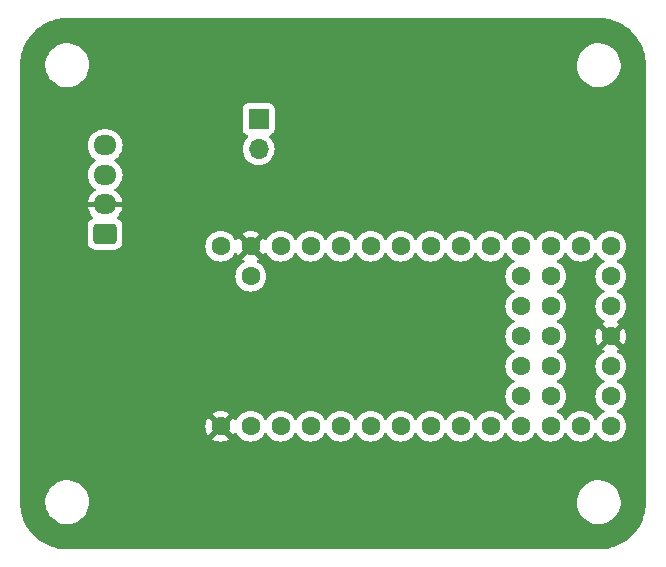
<source format=gbl>
G04 #@! TF.GenerationSoftware,KiCad,Pcbnew,7.0.8*
G04 #@! TF.CreationDate,2023-12-02T16:39:51-07:00*
G04 #@! TF.ProjectId,IMUBox,494d5542-6f78-42e6-9b69-6361645f7063,v2*
G04 #@! TF.SameCoordinates,Original*
G04 #@! TF.FileFunction,Copper,L2,Bot*
G04 #@! TF.FilePolarity,Positive*
%FSLAX46Y46*%
G04 Gerber Fmt 4.6, Leading zero omitted, Abs format (unit mm)*
G04 Created by KiCad (PCBNEW 7.0.8) date 2023-12-02 16:39:51*
%MOMM*%
%LPD*%
G01*
G04 APERTURE LIST*
G04 Aperture macros list*
%AMRoundRect*
0 Rectangle with rounded corners*
0 $1 Rounding radius*
0 $2 $3 $4 $5 $6 $7 $8 $9 X,Y pos of 4 corners*
0 Add a 4 corners polygon primitive as box body*
4,1,4,$2,$3,$4,$5,$6,$7,$8,$9,$2,$3,0*
0 Add four circle primitives for the rounded corners*
1,1,$1+$1,$2,$3*
1,1,$1+$1,$4,$5*
1,1,$1+$1,$6,$7*
1,1,$1+$1,$8,$9*
0 Add four rect primitives between the rounded corners*
20,1,$1+$1,$2,$3,$4,$5,0*
20,1,$1+$1,$4,$5,$6,$7,0*
20,1,$1+$1,$6,$7,$8,$9,0*
20,1,$1+$1,$8,$9,$2,$3,0*%
G04 Aperture macros list end*
G04 #@! TA.AperFunction,ComponentPad*
%ADD10R,1.700000X1.700000*%
G04 #@! TD*
G04 #@! TA.AperFunction,ComponentPad*
%ADD11O,1.700000X1.700000*%
G04 #@! TD*
G04 #@! TA.AperFunction,ComponentPad*
%ADD12RoundRect,0.250000X0.725000X-0.600000X0.725000X0.600000X-0.725000X0.600000X-0.725000X-0.600000X0*%
G04 #@! TD*
G04 #@! TA.AperFunction,ComponentPad*
%ADD13O,1.950000X1.700000*%
G04 #@! TD*
G04 #@! TA.AperFunction,ComponentPad*
%ADD14C,1.600000*%
G04 #@! TD*
G04 #@! TA.AperFunction,ViaPad*
%ADD15C,0.700000*%
G04 #@! TD*
G04 APERTURE END LIST*
D10*
X130200000Y-42560000D03*
D11*
X130200000Y-45100000D03*
D12*
X117200000Y-52300000D03*
D13*
X117200000Y-49800000D03*
X117200000Y-47300000D03*
X117200000Y-44800000D03*
D14*
X127000000Y-68580000D03*
X129540000Y-68580000D03*
X132080000Y-68580000D03*
X134620000Y-68580000D03*
X137160000Y-68580000D03*
X139700000Y-68580000D03*
X142240000Y-68580000D03*
X144780000Y-68580000D03*
X147320000Y-68580000D03*
X149860000Y-68580000D03*
X152400000Y-68580000D03*
X154940000Y-68580000D03*
X157480000Y-68580000D03*
X160020000Y-68580000D03*
X160020000Y-66040000D03*
X160020000Y-63500000D03*
X160020000Y-60960000D03*
X160020000Y-58420000D03*
X160020000Y-55880000D03*
X160020000Y-53340000D03*
X157480000Y-53340000D03*
X154940000Y-53340000D03*
X152400000Y-53340000D03*
X149860000Y-53340000D03*
X147320000Y-53340000D03*
X144780000Y-53340000D03*
X142240000Y-53340000D03*
X139700000Y-53340000D03*
X137160000Y-53340000D03*
X134620000Y-53340000D03*
X132080000Y-53340000D03*
X129540000Y-53340000D03*
X127000000Y-53340000D03*
X129540000Y-55880000D03*
X154940000Y-55880000D03*
X152400000Y-55880000D03*
X154940000Y-58420000D03*
X152400000Y-58420000D03*
X154940000Y-60960000D03*
X152400000Y-60960000D03*
X154940000Y-63500000D03*
X152400000Y-63500000D03*
X154940000Y-66040000D03*
X152400000Y-66040000D03*
D15*
X121800000Y-49800000D03*
X154200000Y-43800000D03*
X151500000Y-46800000D03*
X127000000Y-45800000D03*
X144200000Y-47100000D03*
G04 #@! TA.AperFunction,Conductor*
G36*
X158817865Y-53883348D02*
G01*
X158862382Y-53934725D01*
X158889429Y-53992728D01*
X158889432Y-53992734D01*
X159019954Y-54179141D01*
X159180858Y-54340045D01*
X159180861Y-54340047D01*
X159367266Y-54470568D01*
X159424681Y-54497341D01*
X159425275Y-54497618D01*
X159477714Y-54543791D01*
X159496866Y-54610984D01*
X159476650Y-54677865D01*
X159425275Y-54722382D01*
X159367267Y-54749431D01*
X159367265Y-54749432D01*
X159180858Y-54879954D01*
X159019954Y-55040858D01*
X158889432Y-55227265D01*
X158889431Y-55227267D01*
X158793261Y-55433502D01*
X158793258Y-55433511D01*
X158734366Y-55653302D01*
X158734364Y-55653313D01*
X158714532Y-55879998D01*
X158714532Y-55880001D01*
X158734364Y-56106686D01*
X158734366Y-56106697D01*
X158793258Y-56326488D01*
X158793261Y-56326497D01*
X158889431Y-56532732D01*
X158889432Y-56532734D01*
X159019954Y-56719141D01*
X159180858Y-56880045D01*
X159180861Y-56880047D01*
X159367266Y-57010568D01*
X159425275Y-57037618D01*
X159477714Y-57083791D01*
X159496866Y-57150984D01*
X159476650Y-57217865D01*
X159425275Y-57262382D01*
X159367267Y-57289431D01*
X159367265Y-57289432D01*
X159180858Y-57419954D01*
X159019954Y-57580858D01*
X158889432Y-57767265D01*
X158889431Y-57767267D01*
X158793261Y-57973502D01*
X158793258Y-57973511D01*
X158734366Y-58193302D01*
X158734364Y-58193313D01*
X158714532Y-58419998D01*
X158714532Y-58420001D01*
X158734364Y-58646686D01*
X158734366Y-58646697D01*
X158793258Y-58866488D01*
X158793261Y-58866497D01*
X158889431Y-59072732D01*
X158889432Y-59072734D01*
X159019954Y-59259141D01*
X159180858Y-59420045D01*
X159180861Y-59420047D01*
X159367266Y-59550568D01*
X159425865Y-59577893D01*
X159478305Y-59624065D01*
X159497457Y-59691258D01*
X159477242Y-59758139D01*
X159425867Y-59802657D01*
X159367511Y-59829869D01*
X159294527Y-59880972D01*
X159294526Y-59880973D01*
X159848432Y-60434878D01*
X159731542Y-60485651D01*
X159614261Y-60581066D01*
X159527072Y-60704585D01*
X159496645Y-60790198D01*
X158940973Y-60234526D01*
X158940972Y-60234527D01*
X158889868Y-60307513D01*
X158793734Y-60513673D01*
X158793730Y-60513682D01*
X158734860Y-60733389D01*
X158734858Y-60733400D01*
X158715034Y-60959997D01*
X158715034Y-60960002D01*
X158734858Y-61186599D01*
X158734860Y-61186610D01*
X158793730Y-61406317D01*
X158793734Y-61406326D01*
X158889865Y-61612481D01*
X158889866Y-61612483D01*
X158940973Y-61685471D01*
X158940974Y-61685472D01*
X159494070Y-61132375D01*
X159496884Y-61145915D01*
X159566442Y-61280156D01*
X159669638Y-61390652D01*
X159798819Y-61469209D01*
X159850002Y-61483549D01*
X159294526Y-62039025D01*
X159294526Y-62039026D01*
X159367512Y-62090131D01*
X159367520Y-62090135D01*
X159425865Y-62117342D01*
X159478305Y-62163514D01*
X159497457Y-62230707D01*
X159477242Y-62297589D01*
X159425867Y-62342105D01*
X159367268Y-62369431D01*
X159367264Y-62369433D01*
X159180858Y-62499954D01*
X159019954Y-62660858D01*
X158889432Y-62847265D01*
X158889431Y-62847267D01*
X158793261Y-63053502D01*
X158793258Y-63053511D01*
X158734366Y-63273302D01*
X158734364Y-63273313D01*
X158714532Y-63499998D01*
X158714532Y-63500001D01*
X158734364Y-63726686D01*
X158734366Y-63726697D01*
X158793258Y-63946488D01*
X158793261Y-63946497D01*
X158889431Y-64152732D01*
X158889432Y-64152734D01*
X159019954Y-64339141D01*
X159180858Y-64500045D01*
X159180861Y-64500047D01*
X159367266Y-64630568D01*
X159425275Y-64657618D01*
X159477714Y-64703791D01*
X159496866Y-64770984D01*
X159476650Y-64837865D01*
X159425275Y-64882382D01*
X159367267Y-64909431D01*
X159367265Y-64909432D01*
X159180858Y-65039954D01*
X159019954Y-65200858D01*
X158889432Y-65387265D01*
X158889431Y-65387267D01*
X158793261Y-65593502D01*
X158793258Y-65593511D01*
X158734366Y-65813302D01*
X158734364Y-65813313D01*
X158714532Y-66039998D01*
X158714532Y-66040001D01*
X158734364Y-66266686D01*
X158734366Y-66266697D01*
X158793258Y-66486488D01*
X158793261Y-66486497D01*
X158889431Y-66692732D01*
X158889432Y-66692734D01*
X159019954Y-66879141D01*
X159180858Y-67040045D01*
X159180861Y-67040047D01*
X159367266Y-67170568D01*
X159425275Y-67197618D01*
X159477714Y-67243791D01*
X159496866Y-67310984D01*
X159476650Y-67377865D01*
X159425275Y-67422382D01*
X159367267Y-67449431D01*
X159367265Y-67449432D01*
X159180858Y-67579954D01*
X159019954Y-67740858D01*
X158889432Y-67927265D01*
X158889431Y-67927267D01*
X158862382Y-67985275D01*
X158816209Y-68037714D01*
X158749016Y-68056866D01*
X158682135Y-68036650D01*
X158637618Y-67985275D01*
X158610683Y-67927513D01*
X158610568Y-67927266D01*
X158480047Y-67740861D01*
X158480045Y-67740858D01*
X158319141Y-67579954D01*
X158132734Y-67449432D01*
X158132732Y-67449431D01*
X157926497Y-67353261D01*
X157926488Y-67353258D01*
X157706697Y-67294366D01*
X157706693Y-67294365D01*
X157706692Y-67294365D01*
X157706691Y-67294364D01*
X157706686Y-67294364D01*
X157480002Y-67274532D01*
X157479998Y-67274532D01*
X157253313Y-67294364D01*
X157253302Y-67294366D01*
X157033511Y-67353258D01*
X157033502Y-67353261D01*
X156827267Y-67449431D01*
X156827265Y-67449432D01*
X156640858Y-67579954D01*
X156479954Y-67740858D01*
X156349432Y-67927265D01*
X156349431Y-67927267D01*
X156322382Y-67985275D01*
X156276209Y-68037714D01*
X156209016Y-68056866D01*
X156142135Y-68036650D01*
X156097618Y-67985275D01*
X156070683Y-67927513D01*
X156070568Y-67927266D01*
X155940047Y-67740861D01*
X155940045Y-67740858D01*
X155779141Y-67579954D01*
X155592734Y-67449432D01*
X155592728Y-67449429D01*
X155534725Y-67422382D01*
X155482285Y-67376210D01*
X155463133Y-67309017D01*
X155483348Y-67242135D01*
X155534725Y-67197618D01*
X155592734Y-67170568D01*
X155779139Y-67040047D01*
X155940047Y-66879139D01*
X156070568Y-66692734D01*
X156166739Y-66486496D01*
X156225635Y-66266692D01*
X156245468Y-66040000D01*
X156225635Y-65813308D01*
X156166739Y-65593504D01*
X156070568Y-65387266D01*
X155940047Y-65200861D01*
X155940045Y-65200858D01*
X155779141Y-65039954D01*
X155592734Y-64909432D01*
X155592728Y-64909429D01*
X155534725Y-64882382D01*
X155482285Y-64836210D01*
X155463133Y-64769017D01*
X155483348Y-64702135D01*
X155534725Y-64657618D01*
X155592734Y-64630568D01*
X155779139Y-64500047D01*
X155940047Y-64339139D01*
X156070568Y-64152734D01*
X156166739Y-63946496D01*
X156225635Y-63726692D01*
X156245468Y-63500000D01*
X156225635Y-63273308D01*
X156166739Y-63053504D01*
X156070568Y-62847266D01*
X155940047Y-62660861D01*
X155940045Y-62660858D01*
X155779141Y-62499954D01*
X155592734Y-62369432D01*
X155592728Y-62369429D01*
X155534725Y-62342382D01*
X155482285Y-62296210D01*
X155463133Y-62229017D01*
X155483348Y-62162135D01*
X155534725Y-62117618D01*
X155535319Y-62117341D01*
X155592734Y-62090568D01*
X155779139Y-61960047D01*
X155940047Y-61799139D01*
X156070568Y-61612734D01*
X156166739Y-61406496D01*
X156225635Y-61186692D01*
X156245468Y-60960000D01*
X156225635Y-60733308D01*
X156166739Y-60513504D01*
X156070568Y-60307266D01*
X155940047Y-60120861D01*
X155940045Y-60120858D01*
X155779141Y-59959954D01*
X155592734Y-59829432D01*
X155592728Y-59829429D01*
X155534725Y-59802382D01*
X155482285Y-59756210D01*
X155463133Y-59689017D01*
X155483348Y-59622135D01*
X155534725Y-59577618D01*
X155592734Y-59550568D01*
X155779139Y-59420047D01*
X155940047Y-59259139D01*
X156070568Y-59072734D01*
X156166739Y-58866496D01*
X156225635Y-58646692D01*
X156245468Y-58420000D01*
X156225635Y-58193308D01*
X156166739Y-57973504D01*
X156070568Y-57767266D01*
X155940047Y-57580861D01*
X155940045Y-57580858D01*
X155779141Y-57419954D01*
X155592734Y-57289432D01*
X155592728Y-57289429D01*
X155534725Y-57262382D01*
X155482285Y-57216210D01*
X155463133Y-57149017D01*
X155483348Y-57082135D01*
X155534725Y-57037618D01*
X155592734Y-57010568D01*
X155779139Y-56880047D01*
X155940047Y-56719139D01*
X156070568Y-56532734D01*
X156166739Y-56326496D01*
X156225635Y-56106692D01*
X156245468Y-55880000D01*
X156225635Y-55653308D01*
X156166739Y-55433504D01*
X156070568Y-55227266D01*
X155940047Y-55040861D01*
X155940045Y-55040858D01*
X155779141Y-54879954D01*
X155592734Y-54749432D01*
X155592728Y-54749429D01*
X155534725Y-54722382D01*
X155482285Y-54676210D01*
X155463133Y-54609017D01*
X155483348Y-54542135D01*
X155534725Y-54497618D01*
X155535319Y-54497341D01*
X155592734Y-54470568D01*
X155779139Y-54340047D01*
X155940047Y-54179139D01*
X156070568Y-53992734D01*
X156097618Y-53934724D01*
X156143790Y-53882285D01*
X156210983Y-53863133D01*
X156277865Y-53883348D01*
X156322382Y-53934725D01*
X156349429Y-53992728D01*
X156349432Y-53992734D01*
X156479954Y-54179141D01*
X156640858Y-54340045D01*
X156640861Y-54340047D01*
X156827266Y-54470568D01*
X157033504Y-54566739D01*
X157253308Y-54625635D01*
X157415230Y-54639801D01*
X157479998Y-54645468D01*
X157480000Y-54645468D01*
X157480002Y-54645468D01*
X157536673Y-54640509D01*
X157706692Y-54625635D01*
X157926496Y-54566739D01*
X158132734Y-54470568D01*
X158319139Y-54340047D01*
X158480047Y-54179139D01*
X158610568Y-53992734D01*
X158637618Y-53934724D01*
X158683790Y-53882285D01*
X158750983Y-53863133D01*
X158817865Y-53883348D01*
G37*
G04 #@! TD.AperFunction*
G04 #@! TA.AperFunction,Conductor*
G36*
X159001423Y-34000566D02*
G01*
X159040986Y-34002394D01*
X159172950Y-34008495D01*
X159372549Y-34018302D01*
X159378048Y-34018819D01*
X159563357Y-34044668D01*
X159749828Y-34072329D01*
X159754871Y-34073294D01*
X159939341Y-34116681D01*
X160120221Y-34161989D01*
X160124797Y-34163327D01*
X160305568Y-34223916D01*
X160480339Y-34286450D01*
X160484471Y-34288100D01*
X160542986Y-34313936D01*
X160659474Y-34365370D01*
X160826973Y-34444592D01*
X160830601Y-34446457D01*
X160998128Y-34539770D01*
X160998142Y-34539778D01*
X161156964Y-34634972D01*
X161160119Y-34636996D01*
X161318603Y-34745559D01*
X161467377Y-34855897D01*
X161470001Y-34857957D01*
X161618027Y-34980876D01*
X161755321Y-35105314D01*
X161757514Y-35107402D01*
X161892596Y-35242484D01*
X161894695Y-35244688D01*
X162019129Y-35381980D01*
X162142034Y-35529989D01*
X162144109Y-35532632D01*
X162254443Y-35681400D01*
X162363002Y-35839879D01*
X162365032Y-35843044D01*
X162460221Y-36001857D01*
X162553527Y-36169371D01*
X162555410Y-36173034D01*
X162634638Y-36340547D01*
X162711899Y-36515527D01*
X162713558Y-36519685D01*
X162776093Y-36694459D01*
X162836662Y-36875173D01*
X162838018Y-36879812D01*
X162883317Y-37060654D01*
X162926696Y-37245090D01*
X162927672Y-37250189D01*
X162955337Y-37436689D01*
X162981177Y-37621933D01*
X162981697Y-37627459D01*
X162991512Y-37827238D01*
X162999434Y-37998575D01*
X162999500Y-38001439D01*
X162999500Y-74998560D01*
X162999434Y-75001424D01*
X162991512Y-75172761D01*
X162981697Y-75372539D01*
X162981177Y-75378065D01*
X162955337Y-75563310D01*
X162927672Y-75749809D01*
X162926696Y-75754908D01*
X162883317Y-75939345D01*
X162838018Y-76120186D01*
X162836662Y-76124825D01*
X162776093Y-76305540D01*
X162713557Y-76480314D01*
X162711899Y-76484470D01*
X162634638Y-76659452D01*
X162555410Y-76826964D01*
X162553527Y-76830627D01*
X162460221Y-76998142D01*
X162365032Y-77156954D01*
X162363002Y-77160118D01*
X162254437Y-77318608D01*
X162144121Y-77467350D01*
X162142021Y-77470025D01*
X162019132Y-77618016D01*
X161894695Y-77755310D01*
X161892596Y-77757514D01*
X161757514Y-77892596D01*
X161755310Y-77894695D01*
X161618016Y-78019132D01*
X161470025Y-78142021D01*
X161467350Y-78144121D01*
X161318608Y-78254437D01*
X161160118Y-78363002D01*
X161156954Y-78365032D01*
X160998142Y-78460221D01*
X160830627Y-78553527D01*
X160826964Y-78555410D01*
X160659452Y-78634638D01*
X160484470Y-78711899D01*
X160480314Y-78713557D01*
X160305540Y-78776093D01*
X160124825Y-78836662D01*
X160120186Y-78838018D01*
X159939345Y-78883317D01*
X159754908Y-78926696D01*
X159749809Y-78927672D01*
X159563310Y-78955337D01*
X159378065Y-78981177D01*
X159372539Y-78981697D01*
X159172761Y-78991512D01*
X159001424Y-78999434D01*
X158998560Y-78999500D01*
X114001440Y-78999500D01*
X113998576Y-78999434D01*
X113827238Y-78991512D01*
X113627459Y-78981697D01*
X113621933Y-78981177D01*
X113436689Y-78955337D01*
X113250189Y-78927672D01*
X113245090Y-78926696D01*
X113060654Y-78883317D01*
X112879812Y-78838018D01*
X112875173Y-78836662D01*
X112694459Y-78776093D01*
X112519685Y-78713558D01*
X112515527Y-78711899D01*
X112340547Y-78634638D01*
X112173034Y-78555410D01*
X112169371Y-78553527D01*
X112001857Y-78460221D01*
X111843044Y-78365032D01*
X111839879Y-78363002D01*
X111730371Y-78287989D01*
X111681392Y-78254437D01*
X111532632Y-78144109D01*
X111529989Y-78142034D01*
X111381980Y-78019129D01*
X111244688Y-77894695D01*
X111242484Y-77892596D01*
X111107402Y-77757514D01*
X111105314Y-77755321D01*
X110980867Y-77618016D01*
X110857957Y-77470001D01*
X110855897Y-77467377D01*
X110745559Y-77318603D01*
X110636995Y-77160118D01*
X110634966Y-77156954D01*
X110539778Y-76998142D01*
X110512261Y-76948740D01*
X110446457Y-76830601D01*
X110444588Y-76826964D01*
X110420852Y-76776779D01*
X110365370Y-76659474D01*
X110288100Y-76484471D01*
X110286450Y-76480339D01*
X110223906Y-76305540D01*
X110163327Y-76124797D01*
X110161989Y-76120221D01*
X110116675Y-75939315D01*
X110111402Y-75916895D01*
X110073294Y-75754871D01*
X110072329Y-75749828D01*
X110044662Y-75563310D01*
X110018819Y-75378048D01*
X110018302Y-75372549D01*
X110008487Y-75172761D01*
X110003633Y-75067763D01*
X112145787Y-75067763D01*
X112175413Y-75337013D01*
X112175415Y-75337024D01*
X112234564Y-75563270D01*
X112243928Y-75599088D01*
X112349870Y-75848390D01*
X112421998Y-75966575D01*
X112490979Y-76079605D01*
X112490986Y-76079615D01*
X112664253Y-76287819D01*
X112664259Y-76287824D01*
X112769240Y-76381887D01*
X112865998Y-76468582D01*
X113091910Y-76618044D01*
X113337176Y-76733020D01*
X113337183Y-76733022D01*
X113337185Y-76733023D01*
X113596557Y-76811057D01*
X113596564Y-76811058D01*
X113596569Y-76811060D01*
X113864561Y-76850500D01*
X113864566Y-76850500D01*
X114067636Y-76850500D01*
X114119133Y-76846730D01*
X114270156Y-76835677D01*
X114382758Y-76810593D01*
X114534546Y-76776782D01*
X114534548Y-76776781D01*
X114534553Y-76776780D01*
X114787558Y-76680014D01*
X115023777Y-76547441D01*
X115238177Y-76381888D01*
X115426186Y-76186881D01*
X115583799Y-75966579D01*
X115692626Y-75754909D01*
X115707649Y-75725690D01*
X115707651Y-75725684D01*
X115707656Y-75725675D01*
X115795118Y-75469305D01*
X115844319Y-75202933D01*
X115849259Y-75067763D01*
X157145787Y-75067763D01*
X157175413Y-75337013D01*
X157175415Y-75337024D01*
X157234564Y-75563270D01*
X157243928Y-75599088D01*
X157349870Y-75848390D01*
X157421998Y-75966575D01*
X157490979Y-76079605D01*
X157490986Y-76079615D01*
X157664253Y-76287819D01*
X157664259Y-76287824D01*
X157769240Y-76381887D01*
X157865998Y-76468582D01*
X158091910Y-76618044D01*
X158337176Y-76733020D01*
X158337183Y-76733022D01*
X158337185Y-76733023D01*
X158596557Y-76811057D01*
X158596564Y-76811058D01*
X158596569Y-76811060D01*
X158864561Y-76850500D01*
X158864566Y-76850500D01*
X159067636Y-76850500D01*
X159119133Y-76846730D01*
X159270156Y-76835677D01*
X159382758Y-76810593D01*
X159534546Y-76776782D01*
X159534548Y-76776781D01*
X159534553Y-76776780D01*
X159787558Y-76680014D01*
X160023777Y-76547441D01*
X160238177Y-76381888D01*
X160426186Y-76186881D01*
X160583799Y-75966579D01*
X160692626Y-75754909D01*
X160707649Y-75725690D01*
X160707651Y-75725684D01*
X160707656Y-75725675D01*
X160795118Y-75469305D01*
X160844319Y-75202933D01*
X160854212Y-74932235D01*
X160824586Y-74662982D01*
X160756072Y-74400912D01*
X160650130Y-74151610D01*
X160509018Y-73920390D01*
X160419747Y-73813119D01*
X160335746Y-73712180D01*
X160335740Y-73712175D01*
X160134002Y-73531418D01*
X159908092Y-73381957D01*
X159908090Y-73381956D01*
X159662824Y-73266980D01*
X159662819Y-73266978D01*
X159662814Y-73266976D01*
X159403442Y-73188942D01*
X159403428Y-73188939D01*
X159287791Y-73171921D01*
X159135439Y-73149500D01*
X158932369Y-73149500D01*
X158932364Y-73149500D01*
X158729844Y-73164323D01*
X158729831Y-73164325D01*
X158465453Y-73223217D01*
X158465446Y-73223220D01*
X158212439Y-73319987D01*
X157976226Y-73452557D01*
X157761822Y-73618112D01*
X157573822Y-73813109D01*
X157573816Y-73813116D01*
X157416202Y-74033419D01*
X157416199Y-74033424D01*
X157292350Y-74274309D01*
X157292343Y-74274327D01*
X157204884Y-74530685D01*
X157204881Y-74530699D01*
X157155681Y-74797068D01*
X157155680Y-74797075D01*
X157145787Y-75067763D01*
X115849259Y-75067763D01*
X115854212Y-74932235D01*
X115824586Y-74662982D01*
X115756072Y-74400912D01*
X115650130Y-74151610D01*
X115509018Y-73920390D01*
X115419747Y-73813119D01*
X115335746Y-73712180D01*
X115335740Y-73712175D01*
X115134002Y-73531418D01*
X114908092Y-73381957D01*
X114908090Y-73381956D01*
X114662824Y-73266980D01*
X114662819Y-73266978D01*
X114662814Y-73266976D01*
X114403442Y-73188942D01*
X114403428Y-73188939D01*
X114287791Y-73171921D01*
X114135439Y-73149500D01*
X113932369Y-73149500D01*
X113932364Y-73149500D01*
X113729844Y-73164323D01*
X113729831Y-73164325D01*
X113465453Y-73223217D01*
X113465446Y-73223220D01*
X113212439Y-73319987D01*
X112976226Y-73452557D01*
X112761822Y-73618112D01*
X112573822Y-73813109D01*
X112573816Y-73813116D01*
X112416202Y-74033419D01*
X112416199Y-74033424D01*
X112292350Y-74274309D01*
X112292343Y-74274327D01*
X112204884Y-74530685D01*
X112204881Y-74530699D01*
X112155681Y-74797068D01*
X112155680Y-74797075D01*
X112145787Y-75067763D01*
X110003633Y-75067763D01*
X110000566Y-75001423D01*
X110000500Y-74998560D01*
X110000500Y-47300000D01*
X115719341Y-47300000D01*
X115739936Y-47535403D01*
X115739938Y-47535413D01*
X115801094Y-47763655D01*
X115801096Y-47763659D01*
X115801097Y-47763663D01*
X115851031Y-47870746D01*
X115900964Y-47977828D01*
X115900965Y-47977830D01*
X116036505Y-48171402D01*
X116203597Y-48338494D01*
X116361031Y-48448730D01*
X116404656Y-48503307D01*
X116411850Y-48572805D01*
X116380327Y-48635160D01*
X116361032Y-48651880D01*
X116203922Y-48761890D01*
X116203920Y-48761891D01*
X116036894Y-48928917D01*
X115901399Y-49122421D01*
X115801570Y-49336507D01*
X115801567Y-49336513D01*
X115744364Y-49549999D01*
X115744364Y-49550000D01*
X116796031Y-49550000D01*
X116763481Y-49600649D01*
X116725000Y-49731705D01*
X116725000Y-49868295D01*
X116763481Y-49999351D01*
X116796031Y-50050000D01*
X115744364Y-50050000D01*
X115801567Y-50263486D01*
X115801570Y-50263492D01*
X115901399Y-50477577D01*
X115901400Y-50477579D01*
X116036886Y-50671073D01*
X116184143Y-50818331D01*
X116217627Y-50879654D01*
X116212643Y-50949346D01*
X116170771Y-51005279D01*
X116161558Y-51011550D01*
X116006347Y-51107285D01*
X116006343Y-51107288D01*
X115882289Y-51231342D01*
X115790187Y-51380663D01*
X115790186Y-51380666D01*
X115735001Y-51547203D01*
X115735001Y-51547204D01*
X115735000Y-51547204D01*
X115724500Y-51649983D01*
X115724500Y-52950001D01*
X115724501Y-52950018D01*
X115735000Y-53052796D01*
X115735001Y-53052799D01*
X115790185Y-53219331D01*
X115790186Y-53219334D01*
X115882288Y-53368656D01*
X116006344Y-53492712D01*
X116155666Y-53584814D01*
X116322203Y-53639999D01*
X116424991Y-53650500D01*
X117975008Y-53650499D01*
X118077797Y-53639999D01*
X118244334Y-53584814D01*
X118393656Y-53492712D01*
X118517712Y-53368656D01*
X118535386Y-53340001D01*
X125694532Y-53340001D01*
X125714364Y-53566686D01*
X125714366Y-53566697D01*
X125773258Y-53786488D01*
X125773261Y-53786497D01*
X125869431Y-53992732D01*
X125869432Y-53992734D01*
X125999954Y-54179141D01*
X126160858Y-54340045D01*
X126160861Y-54340047D01*
X126347266Y-54470568D01*
X126553504Y-54566739D01*
X126773308Y-54625635D01*
X126935230Y-54639801D01*
X126999998Y-54645468D01*
X127000000Y-54645468D01*
X127000002Y-54645468D01*
X127056673Y-54640509D01*
X127226692Y-54625635D01*
X127446496Y-54566739D01*
X127652734Y-54470568D01*
X127839139Y-54340047D01*
X128000047Y-54179139D01*
X128130568Y-53992734D01*
X128157895Y-53934129D01*
X128204064Y-53881695D01*
X128271257Y-53862542D01*
X128338139Y-53882757D01*
X128382657Y-53934133D01*
X128409865Y-53992481D01*
X128409866Y-53992483D01*
X128460973Y-54065471D01*
X128460974Y-54065472D01*
X129014070Y-53512375D01*
X129016884Y-53525915D01*
X129086442Y-53660156D01*
X129189638Y-53770652D01*
X129318819Y-53849209D01*
X129370002Y-53863549D01*
X128814526Y-54419025D01*
X128814526Y-54419026D01*
X128887512Y-54470131D01*
X128887520Y-54470135D01*
X128945865Y-54497342D01*
X128998305Y-54543514D01*
X129017457Y-54610707D01*
X128997242Y-54677589D01*
X128945867Y-54722105D01*
X128887268Y-54749431D01*
X128887264Y-54749433D01*
X128700858Y-54879954D01*
X128539954Y-55040858D01*
X128409432Y-55227265D01*
X128409431Y-55227267D01*
X128313261Y-55433502D01*
X128313258Y-55433511D01*
X128254366Y-55653302D01*
X128254364Y-55653313D01*
X128234532Y-55879998D01*
X128234532Y-55880001D01*
X128254364Y-56106686D01*
X128254366Y-56106697D01*
X128313258Y-56326488D01*
X128313261Y-56326497D01*
X128409431Y-56532732D01*
X128409432Y-56532734D01*
X128539954Y-56719141D01*
X128700858Y-56880045D01*
X128700861Y-56880047D01*
X128887266Y-57010568D01*
X129093504Y-57106739D01*
X129313308Y-57165635D01*
X129475230Y-57179801D01*
X129539998Y-57185468D01*
X129540000Y-57185468D01*
X129540002Y-57185468D01*
X129596673Y-57180509D01*
X129766692Y-57165635D01*
X129986496Y-57106739D01*
X130192734Y-57010568D01*
X130379139Y-56880047D01*
X130540047Y-56719139D01*
X130670568Y-56532734D01*
X130766739Y-56326496D01*
X130825635Y-56106692D01*
X130845468Y-55880000D01*
X130825635Y-55653308D01*
X130766739Y-55433504D01*
X130670568Y-55227266D01*
X130540047Y-55040861D01*
X130540045Y-55040858D01*
X130379141Y-54879954D01*
X130192735Y-54749433D01*
X130192736Y-54749433D01*
X130192734Y-54749432D01*
X130134132Y-54722105D01*
X130081694Y-54675933D01*
X130062543Y-54608739D01*
X130082759Y-54541858D01*
X130134135Y-54497341D01*
X130192482Y-54470133D01*
X130265472Y-54419025D01*
X129711568Y-53865121D01*
X129828458Y-53814349D01*
X129945739Y-53718934D01*
X130032928Y-53595415D01*
X130063354Y-53509801D01*
X130619025Y-54065472D01*
X130670133Y-53992482D01*
X130697341Y-53934135D01*
X130743513Y-53881696D01*
X130810707Y-53862543D01*
X130877588Y-53882758D01*
X130922105Y-53934132D01*
X130949432Y-53992734D01*
X131000363Y-54065471D01*
X131079954Y-54179141D01*
X131240858Y-54340045D01*
X131240861Y-54340047D01*
X131427266Y-54470568D01*
X131633504Y-54566739D01*
X131853308Y-54625635D01*
X132015230Y-54639801D01*
X132079998Y-54645468D01*
X132080000Y-54645468D01*
X132080002Y-54645468D01*
X132136673Y-54640509D01*
X132306692Y-54625635D01*
X132526496Y-54566739D01*
X132732734Y-54470568D01*
X132919139Y-54340047D01*
X133080047Y-54179139D01*
X133210568Y-53992734D01*
X133237618Y-53934724D01*
X133283790Y-53882285D01*
X133350983Y-53863133D01*
X133417865Y-53883348D01*
X133462382Y-53934725D01*
X133489429Y-53992728D01*
X133489432Y-53992734D01*
X133619954Y-54179141D01*
X133780858Y-54340045D01*
X133780861Y-54340047D01*
X133967266Y-54470568D01*
X134173504Y-54566739D01*
X134393308Y-54625635D01*
X134555230Y-54639801D01*
X134619998Y-54645468D01*
X134620000Y-54645468D01*
X134620002Y-54645468D01*
X134676673Y-54640509D01*
X134846692Y-54625635D01*
X135066496Y-54566739D01*
X135272734Y-54470568D01*
X135459139Y-54340047D01*
X135620047Y-54179139D01*
X135750568Y-53992734D01*
X135777618Y-53934724D01*
X135823790Y-53882285D01*
X135890983Y-53863133D01*
X135957865Y-53883348D01*
X136002382Y-53934725D01*
X136029429Y-53992728D01*
X136029432Y-53992734D01*
X136159954Y-54179141D01*
X136320858Y-54340045D01*
X136320861Y-54340047D01*
X136507266Y-54470568D01*
X136713504Y-54566739D01*
X136933308Y-54625635D01*
X137095230Y-54639801D01*
X137159998Y-54645468D01*
X137160000Y-54645468D01*
X137160002Y-54645468D01*
X137216673Y-54640509D01*
X137386692Y-54625635D01*
X137606496Y-54566739D01*
X137812734Y-54470568D01*
X137999139Y-54340047D01*
X138160047Y-54179139D01*
X138290568Y-53992734D01*
X138317618Y-53934724D01*
X138363790Y-53882285D01*
X138430983Y-53863133D01*
X138497865Y-53883348D01*
X138542382Y-53934725D01*
X138569429Y-53992728D01*
X138569432Y-53992734D01*
X138699954Y-54179141D01*
X138860858Y-54340045D01*
X138860861Y-54340047D01*
X139047266Y-54470568D01*
X139253504Y-54566739D01*
X139473308Y-54625635D01*
X139635230Y-54639801D01*
X139699998Y-54645468D01*
X139700000Y-54645468D01*
X139700002Y-54645468D01*
X139756673Y-54640509D01*
X139926692Y-54625635D01*
X140146496Y-54566739D01*
X140352734Y-54470568D01*
X140539139Y-54340047D01*
X140700047Y-54179139D01*
X140830568Y-53992734D01*
X140857618Y-53934724D01*
X140903790Y-53882285D01*
X140970983Y-53863133D01*
X141037865Y-53883348D01*
X141082382Y-53934725D01*
X141109429Y-53992728D01*
X141109432Y-53992734D01*
X141239954Y-54179141D01*
X141400858Y-54340045D01*
X141400861Y-54340047D01*
X141587266Y-54470568D01*
X141793504Y-54566739D01*
X142013308Y-54625635D01*
X142175230Y-54639801D01*
X142239998Y-54645468D01*
X142240000Y-54645468D01*
X142240002Y-54645468D01*
X142296673Y-54640509D01*
X142466692Y-54625635D01*
X142686496Y-54566739D01*
X142892734Y-54470568D01*
X143079139Y-54340047D01*
X143240047Y-54179139D01*
X143370568Y-53992734D01*
X143397618Y-53934724D01*
X143443790Y-53882285D01*
X143510983Y-53863133D01*
X143577865Y-53883348D01*
X143622382Y-53934725D01*
X143649429Y-53992728D01*
X143649432Y-53992734D01*
X143779954Y-54179141D01*
X143940858Y-54340045D01*
X143940861Y-54340047D01*
X144127266Y-54470568D01*
X144333504Y-54566739D01*
X144553308Y-54625635D01*
X144715230Y-54639801D01*
X144779998Y-54645468D01*
X144780000Y-54645468D01*
X144780002Y-54645468D01*
X144836673Y-54640509D01*
X145006692Y-54625635D01*
X145226496Y-54566739D01*
X145432734Y-54470568D01*
X145619139Y-54340047D01*
X145780047Y-54179139D01*
X145910568Y-53992734D01*
X145937618Y-53934724D01*
X145983790Y-53882285D01*
X146050983Y-53863133D01*
X146117865Y-53883348D01*
X146162382Y-53934725D01*
X146189429Y-53992728D01*
X146189432Y-53992734D01*
X146319954Y-54179141D01*
X146480858Y-54340045D01*
X146480861Y-54340047D01*
X146667266Y-54470568D01*
X146873504Y-54566739D01*
X147093308Y-54625635D01*
X147255230Y-54639801D01*
X147319998Y-54645468D01*
X147320000Y-54645468D01*
X147320002Y-54645468D01*
X147376673Y-54640509D01*
X147546692Y-54625635D01*
X147766496Y-54566739D01*
X147972734Y-54470568D01*
X148159139Y-54340047D01*
X148320047Y-54179139D01*
X148450568Y-53992734D01*
X148477618Y-53934724D01*
X148523790Y-53882285D01*
X148590983Y-53863133D01*
X148657865Y-53883348D01*
X148702382Y-53934725D01*
X148729429Y-53992728D01*
X148729432Y-53992734D01*
X148859954Y-54179141D01*
X149020858Y-54340045D01*
X149020861Y-54340047D01*
X149207266Y-54470568D01*
X149413504Y-54566739D01*
X149633308Y-54625635D01*
X149795230Y-54639801D01*
X149859998Y-54645468D01*
X149860000Y-54645468D01*
X149860002Y-54645468D01*
X149916673Y-54640509D01*
X150086692Y-54625635D01*
X150306496Y-54566739D01*
X150512734Y-54470568D01*
X150699139Y-54340047D01*
X150860047Y-54179139D01*
X150990568Y-53992734D01*
X151017618Y-53934724D01*
X151063790Y-53882285D01*
X151130983Y-53863133D01*
X151197865Y-53883348D01*
X151242382Y-53934725D01*
X151269429Y-53992728D01*
X151269432Y-53992734D01*
X151399954Y-54179141D01*
X151560858Y-54340045D01*
X151560861Y-54340047D01*
X151747266Y-54470568D01*
X151804681Y-54497341D01*
X151805275Y-54497618D01*
X151857714Y-54543791D01*
X151876866Y-54610984D01*
X151856650Y-54677865D01*
X151805275Y-54722382D01*
X151747267Y-54749431D01*
X151747265Y-54749432D01*
X151560858Y-54879954D01*
X151399954Y-55040858D01*
X151269432Y-55227265D01*
X151269431Y-55227267D01*
X151173261Y-55433502D01*
X151173258Y-55433511D01*
X151114366Y-55653302D01*
X151114364Y-55653313D01*
X151094532Y-55879998D01*
X151094532Y-55880001D01*
X151114364Y-56106686D01*
X151114366Y-56106697D01*
X151173258Y-56326488D01*
X151173261Y-56326497D01*
X151269431Y-56532732D01*
X151269432Y-56532734D01*
X151399954Y-56719141D01*
X151560858Y-56880045D01*
X151560861Y-56880047D01*
X151747266Y-57010568D01*
X151805275Y-57037618D01*
X151857714Y-57083791D01*
X151876866Y-57150984D01*
X151856650Y-57217865D01*
X151805275Y-57262382D01*
X151747267Y-57289431D01*
X151747265Y-57289432D01*
X151560858Y-57419954D01*
X151399954Y-57580858D01*
X151269432Y-57767265D01*
X151269431Y-57767267D01*
X151173261Y-57973502D01*
X151173258Y-57973511D01*
X151114366Y-58193302D01*
X151114364Y-58193313D01*
X151094532Y-58419998D01*
X151094532Y-58420001D01*
X151114364Y-58646686D01*
X151114366Y-58646697D01*
X151173258Y-58866488D01*
X151173261Y-58866497D01*
X151269431Y-59072732D01*
X151269432Y-59072734D01*
X151399954Y-59259141D01*
X151560858Y-59420045D01*
X151560861Y-59420047D01*
X151747266Y-59550568D01*
X151805275Y-59577618D01*
X151857714Y-59623791D01*
X151876866Y-59690984D01*
X151856650Y-59757865D01*
X151805275Y-59802382D01*
X151747267Y-59829431D01*
X151747265Y-59829432D01*
X151560858Y-59959954D01*
X151399954Y-60120858D01*
X151269432Y-60307265D01*
X151269431Y-60307267D01*
X151173261Y-60513502D01*
X151173258Y-60513511D01*
X151114366Y-60733302D01*
X151114364Y-60733313D01*
X151094532Y-60959998D01*
X151094532Y-60960001D01*
X151114364Y-61186686D01*
X151114366Y-61186697D01*
X151173258Y-61406488D01*
X151173261Y-61406497D01*
X151269431Y-61612732D01*
X151269432Y-61612734D01*
X151399954Y-61799141D01*
X151560858Y-61960045D01*
X151560861Y-61960047D01*
X151747266Y-62090568D01*
X151804681Y-62117341D01*
X151805275Y-62117618D01*
X151857714Y-62163791D01*
X151876866Y-62230984D01*
X151856650Y-62297865D01*
X151805275Y-62342382D01*
X151747267Y-62369431D01*
X151747265Y-62369432D01*
X151560858Y-62499954D01*
X151399954Y-62660858D01*
X151269432Y-62847265D01*
X151269431Y-62847267D01*
X151173261Y-63053502D01*
X151173258Y-63053511D01*
X151114366Y-63273302D01*
X151114364Y-63273313D01*
X151094532Y-63499998D01*
X151094532Y-63500001D01*
X151114364Y-63726686D01*
X151114366Y-63726697D01*
X151173258Y-63946488D01*
X151173261Y-63946497D01*
X151269431Y-64152732D01*
X151269432Y-64152734D01*
X151399954Y-64339141D01*
X151560858Y-64500045D01*
X151560861Y-64500047D01*
X151747266Y-64630568D01*
X151805275Y-64657618D01*
X151857714Y-64703791D01*
X151876866Y-64770984D01*
X151856650Y-64837865D01*
X151805275Y-64882382D01*
X151747267Y-64909431D01*
X151747265Y-64909432D01*
X151560858Y-65039954D01*
X151399954Y-65200858D01*
X151269432Y-65387265D01*
X151269431Y-65387267D01*
X151173261Y-65593502D01*
X151173258Y-65593511D01*
X151114366Y-65813302D01*
X151114364Y-65813313D01*
X151094532Y-66039998D01*
X151094532Y-66040001D01*
X151114364Y-66266686D01*
X151114366Y-66266697D01*
X151173258Y-66486488D01*
X151173261Y-66486497D01*
X151269431Y-66692732D01*
X151269432Y-66692734D01*
X151399954Y-66879141D01*
X151560858Y-67040045D01*
X151560861Y-67040047D01*
X151747266Y-67170568D01*
X151805275Y-67197618D01*
X151857714Y-67243791D01*
X151876866Y-67310984D01*
X151856650Y-67377865D01*
X151805275Y-67422382D01*
X151747267Y-67449431D01*
X151747265Y-67449432D01*
X151560858Y-67579954D01*
X151399954Y-67740858D01*
X151269432Y-67927265D01*
X151269431Y-67927267D01*
X151242382Y-67985275D01*
X151196209Y-68037714D01*
X151129016Y-68056866D01*
X151062135Y-68036650D01*
X151017618Y-67985275D01*
X150990683Y-67927513D01*
X150990568Y-67927266D01*
X150860047Y-67740861D01*
X150860045Y-67740858D01*
X150699141Y-67579954D01*
X150512734Y-67449432D01*
X150512732Y-67449431D01*
X150306497Y-67353261D01*
X150306488Y-67353258D01*
X150086697Y-67294366D01*
X150086693Y-67294365D01*
X150086692Y-67294365D01*
X150086691Y-67294364D01*
X150086686Y-67294364D01*
X149860002Y-67274532D01*
X149859998Y-67274532D01*
X149633313Y-67294364D01*
X149633302Y-67294366D01*
X149413511Y-67353258D01*
X149413502Y-67353261D01*
X149207267Y-67449431D01*
X149207265Y-67449432D01*
X149020858Y-67579954D01*
X148859954Y-67740858D01*
X148729432Y-67927265D01*
X148729431Y-67927267D01*
X148702382Y-67985275D01*
X148656209Y-68037714D01*
X148589016Y-68056866D01*
X148522135Y-68036650D01*
X148477618Y-67985275D01*
X148450683Y-67927513D01*
X148450568Y-67927266D01*
X148320047Y-67740861D01*
X148320045Y-67740858D01*
X148159141Y-67579954D01*
X147972734Y-67449432D01*
X147972732Y-67449431D01*
X147766497Y-67353261D01*
X147766488Y-67353258D01*
X147546697Y-67294366D01*
X147546693Y-67294365D01*
X147546692Y-67294365D01*
X147546691Y-67294364D01*
X147546686Y-67294364D01*
X147320002Y-67274532D01*
X147319998Y-67274532D01*
X147093313Y-67294364D01*
X147093302Y-67294366D01*
X146873511Y-67353258D01*
X146873502Y-67353261D01*
X146667267Y-67449431D01*
X146667265Y-67449432D01*
X146480858Y-67579954D01*
X146319954Y-67740858D01*
X146189432Y-67927265D01*
X146189431Y-67927267D01*
X146162382Y-67985275D01*
X146116209Y-68037714D01*
X146049016Y-68056866D01*
X145982135Y-68036650D01*
X145937618Y-67985275D01*
X145910683Y-67927513D01*
X145910568Y-67927266D01*
X145780047Y-67740861D01*
X145780045Y-67740858D01*
X145619141Y-67579954D01*
X145432734Y-67449432D01*
X145432732Y-67449431D01*
X145226497Y-67353261D01*
X145226488Y-67353258D01*
X145006697Y-67294366D01*
X145006693Y-67294365D01*
X145006692Y-67294365D01*
X145006691Y-67294364D01*
X145006686Y-67294364D01*
X144780002Y-67274532D01*
X144779998Y-67274532D01*
X144553313Y-67294364D01*
X144553302Y-67294366D01*
X144333511Y-67353258D01*
X144333502Y-67353261D01*
X144127267Y-67449431D01*
X144127265Y-67449432D01*
X143940858Y-67579954D01*
X143779954Y-67740858D01*
X143649432Y-67927265D01*
X143649431Y-67927267D01*
X143622382Y-67985275D01*
X143576209Y-68037714D01*
X143509016Y-68056866D01*
X143442135Y-68036650D01*
X143397618Y-67985275D01*
X143370683Y-67927513D01*
X143370568Y-67927266D01*
X143240047Y-67740861D01*
X143240045Y-67740858D01*
X143079141Y-67579954D01*
X142892734Y-67449432D01*
X142892732Y-67449431D01*
X142686497Y-67353261D01*
X142686488Y-67353258D01*
X142466697Y-67294366D01*
X142466693Y-67294365D01*
X142466692Y-67294365D01*
X142466691Y-67294364D01*
X142466686Y-67294364D01*
X142240002Y-67274532D01*
X142239998Y-67274532D01*
X142013313Y-67294364D01*
X142013302Y-67294366D01*
X141793511Y-67353258D01*
X141793502Y-67353261D01*
X141587267Y-67449431D01*
X141587265Y-67449432D01*
X141400858Y-67579954D01*
X141239954Y-67740858D01*
X141109432Y-67927265D01*
X141109431Y-67927267D01*
X141082382Y-67985275D01*
X141036209Y-68037714D01*
X140969016Y-68056866D01*
X140902135Y-68036650D01*
X140857618Y-67985275D01*
X140830683Y-67927513D01*
X140830568Y-67927266D01*
X140700047Y-67740861D01*
X140700045Y-67740858D01*
X140539141Y-67579954D01*
X140352734Y-67449432D01*
X140352732Y-67449431D01*
X140146497Y-67353261D01*
X140146488Y-67353258D01*
X139926697Y-67294366D01*
X139926693Y-67294365D01*
X139926692Y-67294365D01*
X139926691Y-67294364D01*
X139926686Y-67294364D01*
X139700002Y-67274532D01*
X139699998Y-67274532D01*
X139473313Y-67294364D01*
X139473302Y-67294366D01*
X139253511Y-67353258D01*
X139253502Y-67353261D01*
X139047267Y-67449431D01*
X139047265Y-67449432D01*
X138860858Y-67579954D01*
X138699954Y-67740858D01*
X138569432Y-67927265D01*
X138569431Y-67927267D01*
X138542382Y-67985275D01*
X138496209Y-68037714D01*
X138429016Y-68056866D01*
X138362135Y-68036650D01*
X138317618Y-67985275D01*
X138290683Y-67927513D01*
X138290568Y-67927266D01*
X138160047Y-67740861D01*
X138160045Y-67740858D01*
X137999141Y-67579954D01*
X137812734Y-67449432D01*
X137812732Y-67449431D01*
X137606497Y-67353261D01*
X137606488Y-67353258D01*
X137386697Y-67294366D01*
X137386693Y-67294365D01*
X137386692Y-67294365D01*
X137386691Y-67294364D01*
X137386686Y-67294364D01*
X137160002Y-67274532D01*
X137159998Y-67274532D01*
X136933313Y-67294364D01*
X136933302Y-67294366D01*
X136713511Y-67353258D01*
X136713502Y-67353261D01*
X136507267Y-67449431D01*
X136507265Y-67449432D01*
X136320858Y-67579954D01*
X136159954Y-67740858D01*
X136029432Y-67927265D01*
X136029431Y-67927267D01*
X136002382Y-67985275D01*
X135956209Y-68037714D01*
X135889016Y-68056866D01*
X135822135Y-68036650D01*
X135777618Y-67985275D01*
X135750683Y-67927513D01*
X135750568Y-67927266D01*
X135620047Y-67740861D01*
X135620045Y-67740858D01*
X135459141Y-67579954D01*
X135272734Y-67449432D01*
X135272732Y-67449431D01*
X135066497Y-67353261D01*
X135066488Y-67353258D01*
X134846697Y-67294366D01*
X134846693Y-67294365D01*
X134846692Y-67294365D01*
X134846691Y-67294364D01*
X134846686Y-67294364D01*
X134620002Y-67274532D01*
X134619998Y-67274532D01*
X134393313Y-67294364D01*
X134393302Y-67294366D01*
X134173511Y-67353258D01*
X134173502Y-67353261D01*
X133967267Y-67449431D01*
X133967265Y-67449432D01*
X133780858Y-67579954D01*
X133619954Y-67740858D01*
X133489432Y-67927265D01*
X133489431Y-67927267D01*
X133462382Y-67985275D01*
X133416209Y-68037714D01*
X133349016Y-68056866D01*
X133282135Y-68036650D01*
X133237618Y-67985275D01*
X133210683Y-67927513D01*
X133210568Y-67927266D01*
X133080047Y-67740861D01*
X133080045Y-67740858D01*
X132919141Y-67579954D01*
X132732734Y-67449432D01*
X132732732Y-67449431D01*
X132526497Y-67353261D01*
X132526488Y-67353258D01*
X132306697Y-67294366D01*
X132306693Y-67294365D01*
X132306692Y-67294365D01*
X132306691Y-67294364D01*
X132306686Y-67294364D01*
X132080002Y-67274532D01*
X132079998Y-67274532D01*
X131853313Y-67294364D01*
X131853302Y-67294366D01*
X131633511Y-67353258D01*
X131633502Y-67353261D01*
X131427267Y-67449431D01*
X131427265Y-67449432D01*
X131240858Y-67579954D01*
X131079954Y-67740858D01*
X130949432Y-67927265D01*
X130949431Y-67927267D01*
X130922382Y-67985275D01*
X130876209Y-68037714D01*
X130809016Y-68056866D01*
X130742135Y-68036650D01*
X130697618Y-67985275D01*
X130670683Y-67927513D01*
X130670568Y-67927266D01*
X130540047Y-67740861D01*
X130540045Y-67740858D01*
X130379141Y-67579954D01*
X130192734Y-67449432D01*
X130192732Y-67449431D01*
X129986497Y-67353261D01*
X129986488Y-67353258D01*
X129766697Y-67294366D01*
X129766693Y-67294365D01*
X129766692Y-67294365D01*
X129766691Y-67294364D01*
X129766686Y-67294364D01*
X129540002Y-67274532D01*
X129539998Y-67274532D01*
X129313313Y-67294364D01*
X129313302Y-67294366D01*
X129093511Y-67353258D01*
X129093502Y-67353261D01*
X128887267Y-67449431D01*
X128887265Y-67449432D01*
X128700858Y-67579954D01*
X128539954Y-67740858D01*
X128409433Y-67927264D01*
X128382106Y-67985867D01*
X128335933Y-68038306D01*
X128268739Y-68057457D01*
X128201858Y-68037241D01*
X128157342Y-67985865D01*
X128130135Y-67927520D01*
X128130131Y-67927512D01*
X128079026Y-67854526D01*
X128079025Y-67854526D01*
X127525929Y-68407622D01*
X127523116Y-68394085D01*
X127453558Y-68259844D01*
X127350362Y-68149348D01*
X127221181Y-68070791D01*
X127169996Y-68056449D01*
X127725472Y-67500974D01*
X127725471Y-67500973D01*
X127652483Y-67449866D01*
X127652481Y-67449865D01*
X127446326Y-67353734D01*
X127446317Y-67353730D01*
X127226610Y-67294860D01*
X127226599Y-67294858D01*
X127000002Y-67275034D01*
X126999998Y-67275034D01*
X126773400Y-67294858D01*
X126773389Y-67294860D01*
X126553682Y-67353730D01*
X126553673Y-67353734D01*
X126347513Y-67449868D01*
X126274527Y-67500972D01*
X126274526Y-67500973D01*
X126828432Y-68054878D01*
X126711542Y-68105651D01*
X126594261Y-68201066D01*
X126507072Y-68324585D01*
X126476645Y-68410198D01*
X125920973Y-67854526D01*
X125920972Y-67854527D01*
X125869868Y-67927513D01*
X125773734Y-68133673D01*
X125773730Y-68133682D01*
X125714860Y-68353389D01*
X125714858Y-68353400D01*
X125695034Y-68579997D01*
X125695034Y-68580002D01*
X125714858Y-68806599D01*
X125714860Y-68806610D01*
X125773730Y-69026317D01*
X125773734Y-69026326D01*
X125869865Y-69232481D01*
X125869866Y-69232483D01*
X125920973Y-69305471D01*
X125920974Y-69305472D01*
X126474070Y-68752375D01*
X126476884Y-68765915D01*
X126546442Y-68900156D01*
X126649638Y-69010652D01*
X126778819Y-69089209D01*
X126830002Y-69103549D01*
X126274526Y-69659025D01*
X126274526Y-69659026D01*
X126347512Y-69710131D01*
X126347516Y-69710133D01*
X126553673Y-69806265D01*
X126553682Y-69806269D01*
X126773389Y-69865139D01*
X126773400Y-69865141D01*
X126999998Y-69884966D01*
X127000002Y-69884966D01*
X127226599Y-69865141D01*
X127226610Y-69865139D01*
X127446317Y-69806269D01*
X127446331Y-69806264D01*
X127652478Y-69710136D01*
X127725472Y-69659025D01*
X127171568Y-69105121D01*
X127288458Y-69054349D01*
X127405739Y-68958934D01*
X127492928Y-68835415D01*
X127523354Y-68749801D01*
X128079025Y-69305472D01*
X128130133Y-69232482D01*
X128157341Y-69174135D01*
X128203513Y-69121696D01*
X128270707Y-69102543D01*
X128337588Y-69122758D01*
X128382105Y-69174132D01*
X128409432Y-69232734D01*
X128409433Y-69232735D01*
X128539954Y-69419141D01*
X128700858Y-69580045D01*
X128700861Y-69580047D01*
X128887266Y-69710568D01*
X129093504Y-69806739D01*
X129313308Y-69865635D01*
X129475230Y-69879801D01*
X129539998Y-69885468D01*
X129540000Y-69885468D01*
X129540002Y-69885468D01*
X129596673Y-69880509D01*
X129766692Y-69865635D01*
X129986496Y-69806739D01*
X130192734Y-69710568D01*
X130379139Y-69580047D01*
X130540047Y-69419139D01*
X130670568Y-69232734D01*
X130697618Y-69174724D01*
X130743790Y-69122285D01*
X130810983Y-69103133D01*
X130877865Y-69123348D01*
X130922382Y-69174725D01*
X130949429Y-69232728D01*
X130949432Y-69232734D01*
X131079954Y-69419141D01*
X131240858Y-69580045D01*
X131240861Y-69580047D01*
X131427266Y-69710568D01*
X131633504Y-69806739D01*
X131853308Y-69865635D01*
X132015230Y-69879801D01*
X132079998Y-69885468D01*
X132080000Y-69885468D01*
X132080002Y-69885468D01*
X132136673Y-69880509D01*
X132306692Y-69865635D01*
X132526496Y-69806739D01*
X132732734Y-69710568D01*
X132919139Y-69580047D01*
X133080047Y-69419139D01*
X133210568Y-69232734D01*
X133237618Y-69174724D01*
X133283790Y-69122285D01*
X133350983Y-69103133D01*
X133417865Y-69123348D01*
X133462382Y-69174725D01*
X133489429Y-69232728D01*
X133489432Y-69232734D01*
X133619954Y-69419141D01*
X133780858Y-69580045D01*
X133780861Y-69580047D01*
X133967266Y-69710568D01*
X134173504Y-69806739D01*
X134393308Y-69865635D01*
X134555230Y-69879801D01*
X134619998Y-69885468D01*
X134620000Y-69885468D01*
X134620002Y-69885468D01*
X134676673Y-69880509D01*
X134846692Y-69865635D01*
X135066496Y-69806739D01*
X135272734Y-69710568D01*
X135459139Y-69580047D01*
X135620047Y-69419139D01*
X135750568Y-69232734D01*
X135777618Y-69174724D01*
X135823790Y-69122285D01*
X135890983Y-69103133D01*
X135957865Y-69123348D01*
X136002382Y-69174725D01*
X136029429Y-69232728D01*
X136029432Y-69232734D01*
X136159954Y-69419141D01*
X136320858Y-69580045D01*
X136320861Y-69580047D01*
X136507266Y-69710568D01*
X136713504Y-69806739D01*
X136933308Y-69865635D01*
X137095230Y-69879801D01*
X137159998Y-69885468D01*
X137160000Y-69885468D01*
X137160002Y-69885468D01*
X137216673Y-69880509D01*
X137386692Y-69865635D01*
X137606496Y-69806739D01*
X137812734Y-69710568D01*
X137999139Y-69580047D01*
X138160047Y-69419139D01*
X138290568Y-69232734D01*
X138317618Y-69174724D01*
X138363790Y-69122285D01*
X138430983Y-69103133D01*
X138497865Y-69123348D01*
X138542382Y-69174725D01*
X138569429Y-69232728D01*
X138569432Y-69232734D01*
X138699954Y-69419141D01*
X138860858Y-69580045D01*
X138860861Y-69580047D01*
X139047266Y-69710568D01*
X139253504Y-69806739D01*
X139473308Y-69865635D01*
X139635230Y-69879801D01*
X139699998Y-69885468D01*
X139700000Y-69885468D01*
X139700002Y-69885468D01*
X139756673Y-69880509D01*
X139926692Y-69865635D01*
X140146496Y-69806739D01*
X140352734Y-69710568D01*
X140539139Y-69580047D01*
X140700047Y-69419139D01*
X140830568Y-69232734D01*
X140857618Y-69174724D01*
X140903790Y-69122285D01*
X140970983Y-69103133D01*
X141037865Y-69123348D01*
X141082382Y-69174725D01*
X141109429Y-69232728D01*
X141109432Y-69232734D01*
X141239954Y-69419141D01*
X141400858Y-69580045D01*
X141400861Y-69580047D01*
X141587266Y-69710568D01*
X141793504Y-69806739D01*
X142013308Y-69865635D01*
X142175230Y-69879801D01*
X142239998Y-69885468D01*
X142240000Y-69885468D01*
X142240002Y-69885468D01*
X142296673Y-69880509D01*
X142466692Y-69865635D01*
X142686496Y-69806739D01*
X142892734Y-69710568D01*
X143079139Y-69580047D01*
X143240047Y-69419139D01*
X143370568Y-69232734D01*
X143397618Y-69174724D01*
X143443790Y-69122285D01*
X143510983Y-69103133D01*
X143577865Y-69123348D01*
X143622382Y-69174725D01*
X143649429Y-69232728D01*
X143649432Y-69232734D01*
X143779954Y-69419141D01*
X143940858Y-69580045D01*
X143940861Y-69580047D01*
X144127266Y-69710568D01*
X144333504Y-69806739D01*
X144553308Y-69865635D01*
X144715230Y-69879801D01*
X144779998Y-69885468D01*
X144780000Y-69885468D01*
X144780002Y-69885468D01*
X144836673Y-69880509D01*
X145006692Y-69865635D01*
X145226496Y-69806739D01*
X145432734Y-69710568D01*
X145619139Y-69580047D01*
X145780047Y-69419139D01*
X145910568Y-69232734D01*
X145937618Y-69174724D01*
X145983790Y-69122285D01*
X146050983Y-69103133D01*
X146117865Y-69123348D01*
X146162382Y-69174725D01*
X146189429Y-69232728D01*
X146189432Y-69232734D01*
X146319954Y-69419141D01*
X146480858Y-69580045D01*
X146480861Y-69580047D01*
X146667266Y-69710568D01*
X146873504Y-69806739D01*
X147093308Y-69865635D01*
X147255230Y-69879801D01*
X147319998Y-69885468D01*
X147320000Y-69885468D01*
X147320002Y-69885468D01*
X147376673Y-69880509D01*
X147546692Y-69865635D01*
X147766496Y-69806739D01*
X147972734Y-69710568D01*
X148159139Y-69580047D01*
X148320047Y-69419139D01*
X148450568Y-69232734D01*
X148477618Y-69174724D01*
X148523790Y-69122285D01*
X148590983Y-69103133D01*
X148657865Y-69123348D01*
X148702382Y-69174725D01*
X148729429Y-69232728D01*
X148729432Y-69232734D01*
X148859954Y-69419141D01*
X149020858Y-69580045D01*
X149020861Y-69580047D01*
X149207266Y-69710568D01*
X149413504Y-69806739D01*
X149633308Y-69865635D01*
X149795230Y-69879801D01*
X149859998Y-69885468D01*
X149860000Y-69885468D01*
X149860002Y-69885468D01*
X149916673Y-69880509D01*
X150086692Y-69865635D01*
X150306496Y-69806739D01*
X150512734Y-69710568D01*
X150699139Y-69580047D01*
X150860047Y-69419139D01*
X150990568Y-69232734D01*
X151017618Y-69174724D01*
X151063790Y-69122285D01*
X151130983Y-69103133D01*
X151197865Y-69123348D01*
X151242382Y-69174725D01*
X151269429Y-69232728D01*
X151269432Y-69232734D01*
X151399954Y-69419141D01*
X151560858Y-69580045D01*
X151560861Y-69580047D01*
X151747266Y-69710568D01*
X151953504Y-69806739D01*
X152173308Y-69865635D01*
X152335230Y-69879801D01*
X152399998Y-69885468D01*
X152400000Y-69885468D01*
X152400002Y-69885468D01*
X152456673Y-69880509D01*
X152626692Y-69865635D01*
X152846496Y-69806739D01*
X153052734Y-69710568D01*
X153239139Y-69580047D01*
X153400047Y-69419139D01*
X153530568Y-69232734D01*
X153557618Y-69174724D01*
X153603790Y-69122285D01*
X153670983Y-69103133D01*
X153737865Y-69123348D01*
X153782382Y-69174725D01*
X153809429Y-69232728D01*
X153809432Y-69232734D01*
X153939954Y-69419141D01*
X154100858Y-69580045D01*
X154100861Y-69580047D01*
X154287266Y-69710568D01*
X154493504Y-69806739D01*
X154713308Y-69865635D01*
X154875230Y-69879801D01*
X154939998Y-69885468D01*
X154940000Y-69885468D01*
X154940002Y-69885468D01*
X154996673Y-69880509D01*
X155166692Y-69865635D01*
X155386496Y-69806739D01*
X155592734Y-69710568D01*
X155779139Y-69580047D01*
X155940047Y-69419139D01*
X156070568Y-69232734D01*
X156097618Y-69174724D01*
X156143790Y-69122285D01*
X156210983Y-69103133D01*
X156277865Y-69123348D01*
X156322382Y-69174725D01*
X156349429Y-69232728D01*
X156349432Y-69232734D01*
X156479954Y-69419141D01*
X156640858Y-69580045D01*
X156640861Y-69580047D01*
X156827266Y-69710568D01*
X157033504Y-69806739D01*
X157253308Y-69865635D01*
X157415230Y-69879801D01*
X157479998Y-69885468D01*
X157480000Y-69885468D01*
X157480002Y-69885468D01*
X157536673Y-69880509D01*
X157706692Y-69865635D01*
X157926496Y-69806739D01*
X158132734Y-69710568D01*
X158319139Y-69580047D01*
X158480047Y-69419139D01*
X158610568Y-69232734D01*
X158637618Y-69174724D01*
X158683790Y-69122285D01*
X158750983Y-69103133D01*
X158817865Y-69123348D01*
X158862382Y-69174725D01*
X158889429Y-69232728D01*
X158889432Y-69232734D01*
X159019954Y-69419141D01*
X159180858Y-69580045D01*
X159180861Y-69580047D01*
X159367266Y-69710568D01*
X159573504Y-69806739D01*
X159793308Y-69865635D01*
X159955230Y-69879801D01*
X160019998Y-69885468D01*
X160020000Y-69885468D01*
X160020002Y-69885468D01*
X160076673Y-69880509D01*
X160246692Y-69865635D01*
X160466496Y-69806739D01*
X160672734Y-69710568D01*
X160859139Y-69580047D01*
X161020047Y-69419139D01*
X161150568Y-69232734D01*
X161246739Y-69026496D01*
X161305635Y-68806692D01*
X161325468Y-68580000D01*
X161305635Y-68353308D01*
X161246739Y-68133504D01*
X161150568Y-67927266D01*
X161020047Y-67740861D01*
X161020045Y-67740858D01*
X160859141Y-67579954D01*
X160672734Y-67449432D01*
X160672728Y-67449429D01*
X160614725Y-67422382D01*
X160562285Y-67376210D01*
X160543133Y-67309017D01*
X160563348Y-67242135D01*
X160614725Y-67197618D01*
X160672734Y-67170568D01*
X160859139Y-67040047D01*
X161020047Y-66879139D01*
X161150568Y-66692734D01*
X161246739Y-66486496D01*
X161305635Y-66266692D01*
X161325468Y-66040000D01*
X161305635Y-65813308D01*
X161246739Y-65593504D01*
X161150568Y-65387266D01*
X161020047Y-65200861D01*
X161020045Y-65200858D01*
X160859141Y-65039954D01*
X160672734Y-64909432D01*
X160672728Y-64909429D01*
X160614725Y-64882382D01*
X160562285Y-64836210D01*
X160543133Y-64769017D01*
X160563348Y-64702135D01*
X160614725Y-64657618D01*
X160672734Y-64630568D01*
X160859139Y-64500047D01*
X161020047Y-64339139D01*
X161150568Y-64152734D01*
X161246739Y-63946496D01*
X161305635Y-63726692D01*
X161325468Y-63500000D01*
X161305635Y-63273308D01*
X161246739Y-63053504D01*
X161150568Y-62847266D01*
X161020047Y-62660861D01*
X161020045Y-62660858D01*
X160859141Y-62499954D01*
X160672735Y-62369433D01*
X160672736Y-62369433D01*
X160672734Y-62369432D01*
X160614132Y-62342105D01*
X160561694Y-62295933D01*
X160542543Y-62228739D01*
X160562759Y-62161858D01*
X160614135Y-62117341D01*
X160672482Y-62090133D01*
X160745472Y-62039025D01*
X160191568Y-61485121D01*
X160308458Y-61434349D01*
X160425739Y-61338934D01*
X160512928Y-61215415D01*
X160543354Y-61129801D01*
X161099025Y-61685472D01*
X161150136Y-61612478D01*
X161246264Y-61406331D01*
X161246269Y-61406317D01*
X161305139Y-61186610D01*
X161305141Y-61186599D01*
X161324966Y-60960002D01*
X161324966Y-60959997D01*
X161305141Y-60733400D01*
X161305139Y-60733389D01*
X161246269Y-60513682D01*
X161246265Y-60513673D01*
X161150133Y-60307516D01*
X161150131Y-60307512D01*
X161099026Y-60234526D01*
X161099025Y-60234526D01*
X160545929Y-60787622D01*
X160543116Y-60774085D01*
X160473558Y-60639844D01*
X160370362Y-60529348D01*
X160241181Y-60450791D01*
X160189996Y-60436449D01*
X160745472Y-59880974D01*
X160745471Y-59880973D01*
X160672483Y-59829866D01*
X160672481Y-59829865D01*
X160614133Y-59802657D01*
X160561694Y-59756484D01*
X160542542Y-59689291D01*
X160562758Y-59622410D01*
X160614129Y-59577895D01*
X160672734Y-59550568D01*
X160859139Y-59420047D01*
X161020047Y-59259139D01*
X161150568Y-59072734D01*
X161246739Y-58866496D01*
X161305635Y-58646692D01*
X161325468Y-58420000D01*
X161305635Y-58193308D01*
X161246739Y-57973504D01*
X161150568Y-57767266D01*
X161020047Y-57580861D01*
X161020045Y-57580858D01*
X160859141Y-57419954D01*
X160672734Y-57289432D01*
X160672728Y-57289429D01*
X160614725Y-57262382D01*
X160562285Y-57216210D01*
X160543133Y-57149017D01*
X160563348Y-57082135D01*
X160614725Y-57037618D01*
X160672734Y-57010568D01*
X160859139Y-56880047D01*
X161020047Y-56719139D01*
X161150568Y-56532734D01*
X161246739Y-56326496D01*
X161305635Y-56106692D01*
X161325468Y-55880000D01*
X161305635Y-55653308D01*
X161246739Y-55433504D01*
X161150568Y-55227266D01*
X161020047Y-55040861D01*
X161020045Y-55040858D01*
X160859141Y-54879954D01*
X160672734Y-54749432D01*
X160672728Y-54749429D01*
X160614725Y-54722382D01*
X160562285Y-54676210D01*
X160543133Y-54609017D01*
X160563348Y-54542135D01*
X160614725Y-54497618D01*
X160615319Y-54497341D01*
X160672734Y-54470568D01*
X160859139Y-54340047D01*
X161020047Y-54179139D01*
X161150568Y-53992734D01*
X161246739Y-53786496D01*
X161305635Y-53566692D01*
X161325468Y-53340000D01*
X161305635Y-53113308D01*
X161246739Y-52893504D01*
X161150568Y-52687266D01*
X161020047Y-52500861D01*
X161020045Y-52500858D01*
X160859141Y-52339954D01*
X160672734Y-52209432D01*
X160672732Y-52209431D01*
X160466497Y-52113261D01*
X160466488Y-52113258D01*
X160246697Y-52054366D01*
X160246693Y-52054365D01*
X160246692Y-52054365D01*
X160246691Y-52054364D01*
X160246686Y-52054364D01*
X160020002Y-52034532D01*
X160019998Y-52034532D01*
X159793313Y-52054364D01*
X159793302Y-52054366D01*
X159573511Y-52113258D01*
X159573502Y-52113261D01*
X159367267Y-52209431D01*
X159367265Y-52209432D01*
X159180858Y-52339954D01*
X159019954Y-52500858D01*
X158889432Y-52687265D01*
X158889431Y-52687267D01*
X158862382Y-52745275D01*
X158816209Y-52797714D01*
X158749016Y-52816866D01*
X158682135Y-52796650D01*
X158637618Y-52745275D01*
X158610686Y-52687520D01*
X158610568Y-52687266D01*
X158480047Y-52500861D01*
X158480045Y-52500858D01*
X158319141Y-52339954D01*
X158132734Y-52209432D01*
X158132732Y-52209431D01*
X157926497Y-52113261D01*
X157926488Y-52113258D01*
X157706697Y-52054366D01*
X157706693Y-52054365D01*
X157706692Y-52054365D01*
X157706691Y-52054364D01*
X157706686Y-52054364D01*
X157480002Y-52034532D01*
X157479998Y-52034532D01*
X157253313Y-52054364D01*
X157253302Y-52054366D01*
X157033511Y-52113258D01*
X157033502Y-52113261D01*
X156827267Y-52209431D01*
X156827265Y-52209432D01*
X156640858Y-52339954D01*
X156479954Y-52500858D01*
X156349432Y-52687265D01*
X156349431Y-52687267D01*
X156322382Y-52745275D01*
X156276209Y-52797714D01*
X156209016Y-52816866D01*
X156142135Y-52796650D01*
X156097618Y-52745275D01*
X156070686Y-52687520D01*
X156070568Y-52687266D01*
X155940047Y-52500861D01*
X155940045Y-52500858D01*
X155779141Y-52339954D01*
X155592734Y-52209432D01*
X155592732Y-52209431D01*
X155386497Y-52113261D01*
X155386488Y-52113258D01*
X155166697Y-52054366D01*
X155166693Y-52054365D01*
X155166692Y-52054365D01*
X155166691Y-52054364D01*
X155166686Y-52054364D01*
X154940002Y-52034532D01*
X154939998Y-52034532D01*
X154713313Y-52054364D01*
X154713302Y-52054366D01*
X154493511Y-52113258D01*
X154493502Y-52113261D01*
X154287267Y-52209431D01*
X154287265Y-52209432D01*
X154100858Y-52339954D01*
X153939954Y-52500858D01*
X153809432Y-52687265D01*
X153809431Y-52687267D01*
X153782382Y-52745275D01*
X153736209Y-52797714D01*
X153669016Y-52816866D01*
X153602135Y-52796650D01*
X153557618Y-52745275D01*
X153530686Y-52687520D01*
X153530568Y-52687266D01*
X153400047Y-52500861D01*
X153400045Y-52500858D01*
X153239141Y-52339954D01*
X153052734Y-52209432D01*
X153052732Y-52209431D01*
X152846497Y-52113261D01*
X152846488Y-52113258D01*
X152626697Y-52054366D01*
X152626693Y-52054365D01*
X152626692Y-52054365D01*
X152626691Y-52054364D01*
X152626686Y-52054364D01*
X152400002Y-52034532D01*
X152399998Y-52034532D01*
X152173313Y-52054364D01*
X152173302Y-52054366D01*
X151953511Y-52113258D01*
X151953502Y-52113261D01*
X151747267Y-52209431D01*
X151747265Y-52209432D01*
X151560858Y-52339954D01*
X151399954Y-52500858D01*
X151269432Y-52687265D01*
X151269431Y-52687267D01*
X151242382Y-52745275D01*
X151196209Y-52797714D01*
X151129016Y-52816866D01*
X151062135Y-52796650D01*
X151017618Y-52745275D01*
X150990686Y-52687520D01*
X150990568Y-52687266D01*
X150860047Y-52500861D01*
X150860045Y-52500858D01*
X150699141Y-52339954D01*
X150512734Y-52209432D01*
X150512732Y-52209431D01*
X150306497Y-52113261D01*
X150306488Y-52113258D01*
X150086697Y-52054366D01*
X150086693Y-52054365D01*
X150086692Y-52054365D01*
X150086691Y-52054364D01*
X150086686Y-52054364D01*
X149860002Y-52034532D01*
X149859998Y-52034532D01*
X149633313Y-52054364D01*
X149633302Y-52054366D01*
X149413511Y-52113258D01*
X149413502Y-52113261D01*
X149207267Y-52209431D01*
X149207265Y-52209432D01*
X149020858Y-52339954D01*
X148859954Y-52500858D01*
X148729432Y-52687265D01*
X148729431Y-52687267D01*
X148702382Y-52745275D01*
X148656209Y-52797714D01*
X148589016Y-52816866D01*
X148522135Y-52796650D01*
X148477618Y-52745275D01*
X148450686Y-52687520D01*
X148450568Y-52687266D01*
X148320047Y-52500861D01*
X148320045Y-52500858D01*
X148159141Y-52339954D01*
X147972734Y-52209432D01*
X147972732Y-52209431D01*
X147766497Y-52113261D01*
X147766488Y-52113258D01*
X147546697Y-52054366D01*
X147546693Y-52054365D01*
X147546692Y-52054365D01*
X147546691Y-52054364D01*
X147546686Y-52054364D01*
X147320002Y-52034532D01*
X147319998Y-52034532D01*
X147093313Y-52054364D01*
X147093302Y-52054366D01*
X146873511Y-52113258D01*
X146873502Y-52113261D01*
X146667267Y-52209431D01*
X146667265Y-52209432D01*
X146480858Y-52339954D01*
X146319954Y-52500858D01*
X146189432Y-52687265D01*
X146189431Y-52687267D01*
X146162382Y-52745275D01*
X146116209Y-52797714D01*
X146049016Y-52816866D01*
X145982135Y-52796650D01*
X145937618Y-52745275D01*
X145910686Y-52687520D01*
X145910568Y-52687266D01*
X145780047Y-52500861D01*
X145780045Y-52500858D01*
X145619141Y-52339954D01*
X145432734Y-52209432D01*
X145432732Y-52209431D01*
X145226497Y-52113261D01*
X145226488Y-52113258D01*
X145006697Y-52054366D01*
X145006693Y-52054365D01*
X145006692Y-52054365D01*
X145006691Y-52054364D01*
X145006686Y-52054364D01*
X144780002Y-52034532D01*
X144779998Y-52034532D01*
X144553313Y-52054364D01*
X144553302Y-52054366D01*
X144333511Y-52113258D01*
X144333502Y-52113261D01*
X144127267Y-52209431D01*
X144127265Y-52209432D01*
X143940858Y-52339954D01*
X143779954Y-52500858D01*
X143649432Y-52687265D01*
X143649431Y-52687267D01*
X143622382Y-52745275D01*
X143576209Y-52797714D01*
X143509016Y-52816866D01*
X143442135Y-52796650D01*
X143397618Y-52745275D01*
X143370686Y-52687520D01*
X143370568Y-52687266D01*
X143240047Y-52500861D01*
X143240045Y-52500858D01*
X143079141Y-52339954D01*
X142892734Y-52209432D01*
X142892732Y-52209431D01*
X142686497Y-52113261D01*
X142686488Y-52113258D01*
X142466697Y-52054366D01*
X142466693Y-52054365D01*
X142466692Y-52054365D01*
X142466691Y-52054364D01*
X142466686Y-52054364D01*
X142240002Y-52034532D01*
X142239998Y-52034532D01*
X142013313Y-52054364D01*
X142013302Y-52054366D01*
X141793511Y-52113258D01*
X141793502Y-52113261D01*
X141587267Y-52209431D01*
X141587265Y-52209432D01*
X141400858Y-52339954D01*
X141239954Y-52500858D01*
X141109432Y-52687265D01*
X141109431Y-52687267D01*
X141082382Y-52745275D01*
X141036209Y-52797714D01*
X140969016Y-52816866D01*
X140902135Y-52796650D01*
X140857618Y-52745275D01*
X140830686Y-52687520D01*
X140830568Y-52687266D01*
X140700047Y-52500861D01*
X140700045Y-52500858D01*
X140539141Y-52339954D01*
X140352734Y-52209432D01*
X140352732Y-52209431D01*
X140146497Y-52113261D01*
X140146488Y-52113258D01*
X139926697Y-52054366D01*
X139926693Y-52054365D01*
X139926692Y-52054365D01*
X139926691Y-52054364D01*
X139926686Y-52054364D01*
X139700002Y-52034532D01*
X139699998Y-52034532D01*
X139473313Y-52054364D01*
X139473302Y-52054366D01*
X139253511Y-52113258D01*
X139253502Y-52113261D01*
X139047267Y-52209431D01*
X139047265Y-52209432D01*
X138860858Y-52339954D01*
X138699954Y-52500858D01*
X138569432Y-52687265D01*
X138569431Y-52687267D01*
X138542382Y-52745275D01*
X138496209Y-52797714D01*
X138429016Y-52816866D01*
X138362135Y-52796650D01*
X138317618Y-52745275D01*
X138290686Y-52687520D01*
X138290568Y-52687266D01*
X138160047Y-52500861D01*
X138160045Y-52500858D01*
X137999141Y-52339954D01*
X137812734Y-52209432D01*
X137812732Y-52209431D01*
X137606497Y-52113261D01*
X137606488Y-52113258D01*
X137386697Y-52054366D01*
X137386693Y-52054365D01*
X137386692Y-52054365D01*
X137386691Y-52054364D01*
X137386686Y-52054364D01*
X137160002Y-52034532D01*
X137159998Y-52034532D01*
X136933313Y-52054364D01*
X136933302Y-52054366D01*
X136713511Y-52113258D01*
X136713502Y-52113261D01*
X136507267Y-52209431D01*
X136507265Y-52209432D01*
X136320858Y-52339954D01*
X136159954Y-52500858D01*
X136029432Y-52687265D01*
X136029431Y-52687267D01*
X136002382Y-52745275D01*
X135956209Y-52797714D01*
X135889016Y-52816866D01*
X135822135Y-52796650D01*
X135777618Y-52745275D01*
X135750686Y-52687520D01*
X135750568Y-52687266D01*
X135620047Y-52500861D01*
X135620045Y-52500858D01*
X135459141Y-52339954D01*
X135272734Y-52209432D01*
X135272732Y-52209431D01*
X135066497Y-52113261D01*
X135066488Y-52113258D01*
X134846697Y-52054366D01*
X134846693Y-52054365D01*
X134846692Y-52054365D01*
X134846691Y-52054364D01*
X134846686Y-52054364D01*
X134620002Y-52034532D01*
X134619998Y-52034532D01*
X134393313Y-52054364D01*
X134393302Y-52054366D01*
X134173511Y-52113258D01*
X134173502Y-52113261D01*
X133967267Y-52209431D01*
X133967265Y-52209432D01*
X133780858Y-52339954D01*
X133619954Y-52500858D01*
X133489432Y-52687265D01*
X133489431Y-52687267D01*
X133462382Y-52745275D01*
X133416209Y-52797714D01*
X133349016Y-52816866D01*
X133282135Y-52796650D01*
X133237618Y-52745275D01*
X133210686Y-52687520D01*
X133210568Y-52687266D01*
X133080047Y-52500861D01*
X133080045Y-52500858D01*
X132919141Y-52339954D01*
X132732734Y-52209432D01*
X132732732Y-52209431D01*
X132526497Y-52113261D01*
X132526488Y-52113258D01*
X132306697Y-52054366D01*
X132306693Y-52054365D01*
X132306692Y-52054365D01*
X132306691Y-52054364D01*
X132306686Y-52054364D01*
X132080002Y-52034532D01*
X132079998Y-52034532D01*
X131853313Y-52054364D01*
X131853302Y-52054366D01*
X131633511Y-52113258D01*
X131633502Y-52113261D01*
X131427267Y-52209431D01*
X131427265Y-52209432D01*
X131240858Y-52339954D01*
X131079954Y-52500858D01*
X130949433Y-52687264D01*
X130922106Y-52745867D01*
X130875933Y-52798306D01*
X130808739Y-52817457D01*
X130741858Y-52797241D01*
X130697342Y-52745865D01*
X130670135Y-52687520D01*
X130670131Y-52687512D01*
X130619026Y-52614526D01*
X130619025Y-52614526D01*
X130065929Y-53167622D01*
X130063116Y-53154085D01*
X129993558Y-53019844D01*
X129890362Y-52909348D01*
X129761181Y-52830791D01*
X129709996Y-52816449D01*
X130265472Y-52260974D01*
X130265471Y-52260973D01*
X130192483Y-52209866D01*
X130192481Y-52209865D01*
X129986326Y-52113734D01*
X129986317Y-52113730D01*
X129766610Y-52054860D01*
X129766599Y-52054858D01*
X129540002Y-52035034D01*
X129539998Y-52035034D01*
X129313400Y-52054858D01*
X129313389Y-52054860D01*
X129093682Y-52113730D01*
X129093673Y-52113734D01*
X128887513Y-52209868D01*
X128814527Y-52260972D01*
X128814526Y-52260973D01*
X129368432Y-52814878D01*
X129251542Y-52865651D01*
X129134261Y-52961066D01*
X129047072Y-53084585D01*
X129016645Y-53170198D01*
X128460973Y-52614526D01*
X128460972Y-52614527D01*
X128409869Y-52687511D01*
X128382657Y-52745867D01*
X128336484Y-52798306D01*
X128269290Y-52817457D01*
X128202409Y-52797241D01*
X128157893Y-52745865D01*
X128130682Y-52687512D01*
X128130568Y-52687266D01*
X128000047Y-52500861D01*
X128000045Y-52500858D01*
X127839141Y-52339954D01*
X127652734Y-52209432D01*
X127652732Y-52209431D01*
X127446497Y-52113261D01*
X127446488Y-52113258D01*
X127226697Y-52054366D01*
X127226693Y-52054365D01*
X127226692Y-52054365D01*
X127226691Y-52054364D01*
X127226686Y-52054364D01*
X127000002Y-52034532D01*
X126999998Y-52034532D01*
X126773313Y-52054364D01*
X126773302Y-52054366D01*
X126553511Y-52113258D01*
X126553502Y-52113261D01*
X126347267Y-52209431D01*
X126347265Y-52209432D01*
X126160858Y-52339954D01*
X125999954Y-52500858D01*
X125869432Y-52687265D01*
X125869431Y-52687267D01*
X125773261Y-52893502D01*
X125773258Y-52893511D01*
X125714366Y-53113302D01*
X125714364Y-53113313D01*
X125694532Y-53339998D01*
X125694532Y-53340001D01*
X118535386Y-53340001D01*
X118609814Y-53219334D01*
X118664999Y-53052797D01*
X118675500Y-52950009D01*
X118675499Y-51649992D01*
X118664999Y-51547203D01*
X118609814Y-51380666D01*
X118517712Y-51231344D01*
X118393656Y-51107288D01*
X118244334Y-51015186D01*
X118238441Y-51011551D01*
X118191717Y-50959603D01*
X118180494Y-50890640D01*
X118208338Y-50826558D01*
X118215857Y-50818331D01*
X118363105Y-50671082D01*
X118498600Y-50477578D01*
X118598429Y-50263492D01*
X118598432Y-50263486D01*
X118655636Y-50050000D01*
X117603969Y-50050000D01*
X117636519Y-49999351D01*
X117675000Y-49868295D01*
X117675000Y-49731705D01*
X117636519Y-49600649D01*
X117603969Y-49550000D01*
X118655636Y-49550000D01*
X118655635Y-49549999D01*
X118598432Y-49336513D01*
X118598429Y-49336507D01*
X118498600Y-49122422D01*
X118498599Y-49122420D01*
X118363113Y-48928926D01*
X118363108Y-48928920D01*
X118196079Y-48761891D01*
X118196073Y-48761886D01*
X118038967Y-48651880D01*
X117995342Y-48597303D01*
X117988148Y-48527805D01*
X118019671Y-48465450D01*
X118038960Y-48448735D01*
X118196401Y-48338495D01*
X118363495Y-48171401D01*
X118499035Y-47977830D01*
X118598903Y-47763663D01*
X118660063Y-47535408D01*
X118680659Y-47300000D01*
X118660063Y-47064592D01*
X118598903Y-46836337D01*
X118499035Y-46622171D01*
X118499034Y-46622169D01*
X118363494Y-46428597D01*
X118196403Y-46261506D01*
X118140187Y-46222144D01*
X118039401Y-46151573D01*
X117995778Y-46096999D01*
X117988584Y-46027500D01*
X118020106Y-45965145D01*
X118039398Y-45948428D01*
X118196401Y-45838495D01*
X118363495Y-45671401D01*
X118499035Y-45477830D01*
X118598903Y-45263663D01*
X118642756Y-45100000D01*
X128844341Y-45100000D01*
X128864936Y-45335403D01*
X128864938Y-45335413D01*
X128926094Y-45563655D01*
X128926096Y-45563659D01*
X128926097Y-45563663D01*
X128976336Y-45671401D01*
X129025965Y-45777830D01*
X129025967Y-45777834D01*
X129068442Y-45838494D01*
X129161505Y-45971401D01*
X129328599Y-46138495D01*
X129425384Y-46206265D01*
X129522165Y-46274032D01*
X129522167Y-46274033D01*
X129522170Y-46274035D01*
X129736337Y-46373903D01*
X129964592Y-46435063D01*
X130152918Y-46451539D01*
X130199999Y-46455659D01*
X130200000Y-46455659D01*
X130200001Y-46455659D01*
X130239234Y-46452226D01*
X130435408Y-46435063D01*
X130663663Y-46373903D01*
X130877830Y-46274035D01*
X131071401Y-46138495D01*
X131238495Y-45971401D01*
X131374035Y-45777830D01*
X131473903Y-45563663D01*
X131535063Y-45335408D01*
X131555659Y-45100000D01*
X131535063Y-44864592D01*
X131473903Y-44636337D01*
X131374035Y-44422171D01*
X131313932Y-44336335D01*
X131238496Y-44228600D01*
X131238495Y-44228599D01*
X131116567Y-44106671D01*
X131083084Y-44045351D01*
X131088068Y-43975659D01*
X131129939Y-43919725D01*
X131160915Y-43902810D01*
X131292331Y-43853796D01*
X131407546Y-43767546D01*
X131493796Y-43652331D01*
X131544091Y-43517483D01*
X131550500Y-43457873D01*
X131550499Y-41662128D01*
X131544091Y-41602517D01*
X131493796Y-41467669D01*
X131493795Y-41467668D01*
X131493793Y-41467664D01*
X131407547Y-41352455D01*
X131407544Y-41352452D01*
X131292335Y-41266206D01*
X131292328Y-41266202D01*
X131157482Y-41215908D01*
X131157483Y-41215908D01*
X131097883Y-41209501D01*
X131097881Y-41209500D01*
X131097873Y-41209500D01*
X131097864Y-41209500D01*
X129302129Y-41209500D01*
X129302123Y-41209501D01*
X129242516Y-41215908D01*
X129107671Y-41266202D01*
X129107664Y-41266206D01*
X128992455Y-41352452D01*
X128992452Y-41352455D01*
X128906206Y-41467664D01*
X128906202Y-41467671D01*
X128855908Y-41602517D01*
X128849501Y-41662116D01*
X128849501Y-41662123D01*
X128849500Y-41662135D01*
X128849500Y-43457870D01*
X128849501Y-43457876D01*
X128855908Y-43517483D01*
X128906202Y-43652328D01*
X128906206Y-43652335D01*
X128992452Y-43767544D01*
X128992455Y-43767547D01*
X129107664Y-43853793D01*
X129107671Y-43853797D01*
X129239081Y-43902810D01*
X129295015Y-43944681D01*
X129319432Y-44010145D01*
X129304580Y-44078418D01*
X129283430Y-44106673D01*
X129161503Y-44228600D01*
X129025965Y-44422169D01*
X129025964Y-44422171D01*
X128926098Y-44636335D01*
X128926094Y-44636344D01*
X128864938Y-44864586D01*
X128864936Y-44864596D01*
X128844341Y-45099999D01*
X128844341Y-45100000D01*
X118642756Y-45100000D01*
X118660063Y-45035408D01*
X118680659Y-44800000D01*
X118660063Y-44564592D01*
X118598903Y-44336337D01*
X118499035Y-44122171D01*
X118499034Y-44122169D01*
X118363494Y-43928597D01*
X118196402Y-43761505D01*
X118002830Y-43625965D01*
X118002828Y-43625964D01*
X117895746Y-43576031D01*
X117788663Y-43526097D01*
X117788659Y-43526096D01*
X117788655Y-43526094D01*
X117560413Y-43464938D01*
X117560403Y-43464936D01*
X117383966Y-43449500D01*
X117016034Y-43449500D01*
X116839596Y-43464936D01*
X116839586Y-43464938D01*
X116611344Y-43526094D01*
X116611335Y-43526098D01*
X116397171Y-43625964D01*
X116397169Y-43625965D01*
X116203597Y-43761505D01*
X116036506Y-43928597D01*
X116036501Y-43928604D01*
X115900967Y-44122165D01*
X115900965Y-44122169D01*
X115801098Y-44336335D01*
X115801094Y-44336344D01*
X115739938Y-44564586D01*
X115739936Y-44564596D01*
X115719341Y-44799999D01*
X115719341Y-44800000D01*
X115739936Y-45035403D01*
X115739938Y-45035413D01*
X115801094Y-45263655D01*
X115801096Y-45263659D01*
X115801097Y-45263663D01*
X115834555Y-45335413D01*
X115900964Y-45477828D01*
X115900965Y-45477830D01*
X116036505Y-45671402D01*
X116203597Y-45838494D01*
X116360595Y-45948425D01*
X116404220Y-46003002D01*
X116411414Y-46072500D01*
X116379891Y-46134855D01*
X116360595Y-46151575D01*
X116203597Y-46261505D01*
X116036506Y-46428597D01*
X116036501Y-46428604D01*
X115900967Y-46622165D01*
X115900965Y-46622169D01*
X115801098Y-46836335D01*
X115801094Y-46836344D01*
X115739938Y-47064586D01*
X115739936Y-47064596D01*
X115719341Y-47299999D01*
X115719341Y-47300000D01*
X110000500Y-47300000D01*
X110000500Y-38067763D01*
X112145787Y-38067763D01*
X112175413Y-38337013D01*
X112175415Y-38337024D01*
X112243926Y-38599082D01*
X112243928Y-38599088D01*
X112349870Y-38848390D01*
X112421998Y-38966575D01*
X112490979Y-39079605D01*
X112490986Y-39079615D01*
X112664253Y-39287819D01*
X112664259Y-39287824D01*
X112865998Y-39468582D01*
X113091910Y-39618044D01*
X113337176Y-39733020D01*
X113337183Y-39733022D01*
X113337185Y-39733023D01*
X113596557Y-39811057D01*
X113596564Y-39811058D01*
X113596569Y-39811060D01*
X113864561Y-39850500D01*
X113864566Y-39850500D01*
X114067636Y-39850500D01*
X114119133Y-39846730D01*
X114270156Y-39835677D01*
X114382758Y-39810593D01*
X114534546Y-39776782D01*
X114534548Y-39776781D01*
X114534553Y-39776780D01*
X114787558Y-39680014D01*
X115023777Y-39547441D01*
X115238177Y-39381888D01*
X115426186Y-39186881D01*
X115583799Y-38966579D01*
X115657787Y-38822669D01*
X115707649Y-38725690D01*
X115707651Y-38725684D01*
X115707656Y-38725675D01*
X115795118Y-38469305D01*
X115844319Y-38202933D01*
X115849259Y-38067763D01*
X157145787Y-38067763D01*
X157175413Y-38337013D01*
X157175415Y-38337024D01*
X157243926Y-38599082D01*
X157243928Y-38599088D01*
X157349870Y-38848390D01*
X157421998Y-38966575D01*
X157490979Y-39079605D01*
X157490986Y-39079615D01*
X157664253Y-39287819D01*
X157664259Y-39287824D01*
X157865998Y-39468582D01*
X158091910Y-39618044D01*
X158337176Y-39733020D01*
X158337183Y-39733022D01*
X158337185Y-39733023D01*
X158596557Y-39811057D01*
X158596564Y-39811058D01*
X158596569Y-39811060D01*
X158864561Y-39850500D01*
X158864566Y-39850500D01*
X159067636Y-39850500D01*
X159119133Y-39846730D01*
X159270156Y-39835677D01*
X159382758Y-39810593D01*
X159534546Y-39776782D01*
X159534548Y-39776781D01*
X159534553Y-39776780D01*
X159787558Y-39680014D01*
X160023777Y-39547441D01*
X160238177Y-39381888D01*
X160426186Y-39186881D01*
X160583799Y-38966579D01*
X160657787Y-38822669D01*
X160707649Y-38725690D01*
X160707651Y-38725684D01*
X160707656Y-38725675D01*
X160795118Y-38469305D01*
X160844319Y-38202933D01*
X160854212Y-37932235D01*
X160824586Y-37662982D01*
X160756072Y-37400912D01*
X160650130Y-37151610D01*
X160509018Y-36920390D01*
X160471388Y-36875173D01*
X160335746Y-36712180D01*
X160335740Y-36712175D01*
X160134002Y-36531418D01*
X159908092Y-36381957D01*
X159908090Y-36381956D01*
X159662824Y-36266980D01*
X159662819Y-36266978D01*
X159662814Y-36266976D01*
X159403442Y-36188942D01*
X159403428Y-36188939D01*
X159287791Y-36171921D01*
X159135439Y-36149500D01*
X158932369Y-36149500D01*
X158932364Y-36149500D01*
X158729844Y-36164323D01*
X158729831Y-36164325D01*
X158465453Y-36223217D01*
X158465446Y-36223220D01*
X158212439Y-36319987D01*
X157976226Y-36452557D01*
X157761822Y-36618112D01*
X157573822Y-36813109D01*
X157573816Y-36813116D01*
X157416202Y-37033419D01*
X157416199Y-37033424D01*
X157292350Y-37274309D01*
X157292343Y-37274327D01*
X157204884Y-37530685D01*
X157204881Y-37530699D01*
X157155681Y-37797068D01*
X157155680Y-37797075D01*
X157145787Y-38067763D01*
X115849259Y-38067763D01*
X115854212Y-37932235D01*
X115824586Y-37662982D01*
X115756072Y-37400912D01*
X115650130Y-37151610D01*
X115509018Y-36920390D01*
X115471388Y-36875173D01*
X115335746Y-36712180D01*
X115335740Y-36712175D01*
X115134002Y-36531418D01*
X114908092Y-36381957D01*
X114908090Y-36381956D01*
X114662824Y-36266980D01*
X114662819Y-36266978D01*
X114662814Y-36266976D01*
X114403442Y-36188942D01*
X114403428Y-36188939D01*
X114287791Y-36171921D01*
X114135439Y-36149500D01*
X113932369Y-36149500D01*
X113932364Y-36149500D01*
X113729844Y-36164323D01*
X113729831Y-36164325D01*
X113465453Y-36223217D01*
X113465446Y-36223220D01*
X113212439Y-36319987D01*
X112976226Y-36452557D01*
X112761822Y-36618112D01*
X112573822Y-36813109D01*
X112573816Y-36813116D01*
X112416202Y-37033419D01*
X112416199Y-37033424D01*
X112292350Y-37274309D01*
X112292343Y-37274327D01*
X112204884Y-37530685D01*
X112204881Y-37530699D01*
X112155681Y-37797068D01*
X112155680Y-37797075D01*
X112145787Y-38067763D01*
X110000500Y-38067763D01*
X110000500Y-38001439D01*
X110000566Y-37998576D01*
X110008487Y-37827238D01*
X110016556Y-37662986D01*
X110018302Y-37627446D01*
X110018818Y-37621955D01*
X110044670Y-37436633D01*
X110072331Y-37250162D01*
X110073292Y-37245137D01*
X110116689Y-37060626D01*
X110161993Y-36879764D01*
X110163323Y-36875216D01*
X110223915Y-36694431D01*
X110286457Y-36519641D01*
X110288100Y-36515527D01*
X110365368Y-36340530D01*
X110444615Y-36172977D01*
X110446444Y-36169423D01*
X110539781Y-36001852D01*
X110634990Y-35843005D01*
X110636979Y-35839904D01*
X110745570Y-35681381D01*
X110855924Y-35532586D01*
X110857928Y-35530033D01*
X110980875Y-35381973D01*
X111105351Y-35244636D01*
X111107361Y-35242526D01*
X111242526Y-35107361D01*
X111244636Y-35105351D01*
X111381973Y-34980875D01*
X111530033Y-34857928D01*
X111532586Y-34855924D01*
X111681381Y-34745570D01*
X111839904Y-34636979D01*
X111843005Y-34634990D01*
X112001858Y-34539778D01*
X112169423Y-34446444D01*
X112172977Y-34444615D01*
X112340530Y-34365368D01*
X112515538Y-34288095D01*
X112519641Y-34286457D01*
X112694431Y-34223915D01*
X112875216Y-34163323D01*
X112879764Y-34161993D01*
X113060626Y-34116689D01*
X113245137Y-34073292D01*
X113250162Y-34072331D01*
X113436651Y-34044667D01*
X113621955Y-34018818D01*
X113627446Y-34018302D01*
X113826958Y-34008500D01*
X113968945Y-34001935D01*
X113998577Y-34000566D01*
X114001440Y-34000500D01*
X158998560Y-34000500D01*
X159001423Y-34000566D01*
G37*
G04 #@! TD.AperFunction*
M02*

</source>
